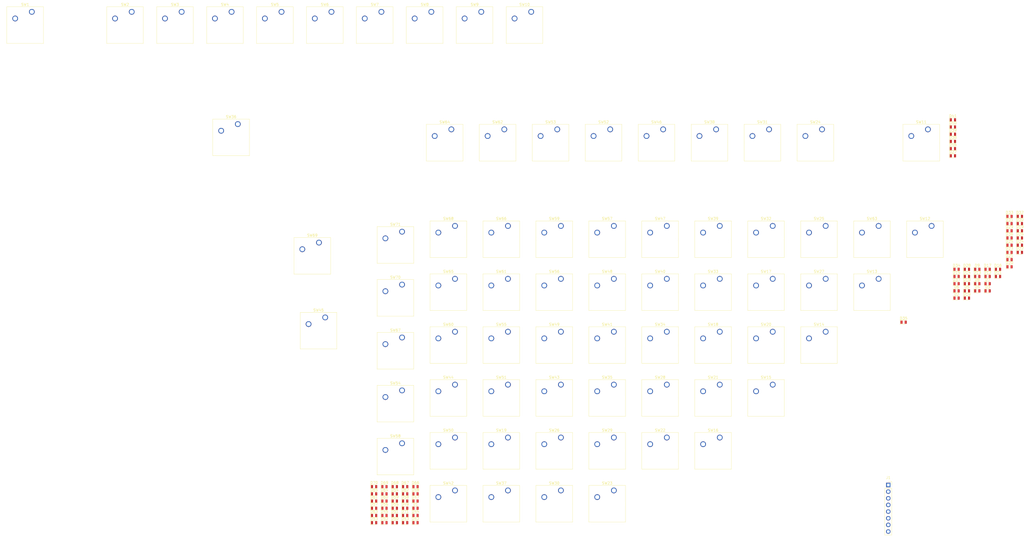
<source format=kicad_pcb>
(kicad_pcb (version 20171130) (host pcbnew "(5.1.7)-1")
  (layers (0 F.Cu signal) (31 B.Cu signal) (34 B.Paste user) (35 F.Paste user) (36 B.SilkS user) (37 F.SilkS user) (38 B.Mask user) (39 F.Mask user) (44 Edge.Cuts user))
  (net 0 "")
  (net 1 "Net-(D1-Pad2)")
  (net 2 /Row_0)
  (net 3 "Net-(D2-Pad2)")
  (net 4 "Net-(D3-Pad2)")
  (net 5 "Net-(D4-Pad2)")
  (net 6 "Net-(D5-Pad2)")
  (net 7 "Net-(D6-Pad2)")
  (net 8 "Net-(D7-Pad2)")
  (net 9 "Net-(D8-Pad2)")
  (net 10 "Net-(D9-Pad2)")
  (net 11 /Row_1)
  (net 12 "Net-(D10-Pad2)")
  (net 13 "Net-(D11-Pad2)")
  (net 14 "Net-(D12-Pad2)")
  (net 15 "Net-(D13-Pad2)")
  (net 16 "Net-(D14-Pad2)")
  (net 17 "Net-(D15-Pad2)")
  (net 18 "Net-(D16-Pad2)")
  (net 19 "Net-(D17-Pad2)")
  (net 20 /Row_2)
  (net 21 "Net-(D18-Pad2)")
  (net 22 "Net-(D19-Pad2)")
  (net 23 "Net-(D20-Pad2)")
  (net 24 "Net-(D21-Pad2)")
  (net 25 "Net-(D22-Pad2)")
  (net 26 "Net-(D23-Pad2)")
  (net 27 "Net-(D24-Pad2)")
  (net 28 "Net-(D25-Pad2)")
  (net 29 /Row_3)
  (net 30 "Net-(D26-Pad2)")
  (net 31 "Net-(D27-Pad2)")
  (net 32 "Net-(D28-Pad2)")
  (net 33 "Net-(D29-Pad2)")
  (net 34 "Net-(D30-Pad2)")
  (net 35 "Net-(D31-Pad2)")
  (net 36 "Net-(D32-Pad2)")
  (net 37 "Net-(D33-Pad2)")
  (net 38 /Row_4)
  (net 39 "Net-(D34-Pad2)")
  (net 40 "Net-(D35-Pad2)")
  (net 41 "Net-(D36-Pad2)")
  (net 42 "Net-(D37-Pad2)")
  (net 43 "Net-(D38-Pad2)")
  (net 44 "Net-(D39-Pad2)")
  (net 45 "Net-(D40-Pad2)")
  (net 46 "Net-(D41-Pad2)")
  (net 47 /Row_5)
  (net 48 "Net-(D42-Pad2)")
  (net 49 "Net-(D43-Pad2)")
  (net 50 "Net-(D44-Pad2)")
  (net 51 "Net-(D45-Pad2)")
  (net 52 "Net-(D46-Pad2)")
  (net 53 "Net-(D47-Pad2)")
  (net 54 "Net-(D48-Pad2)")
  (net 55 "Net-(D49-Pad2)")
  (net 56 /Row_6)
  (net 57 "Net-(D50-Pad2)")
  (net 58 "Net-(D51-Pad2)")
  (net 59 "Net-(D52-Pad2)")
  (net 60 "Net-(D53-Pad2)")
  (net 61 "Net-(D54-Pad2)")
  (net 62 "Net-(D55-Pad2)")
  (net 63 "Net-(D56-Pad2)")
  (net 64 "Net-(D57-Pad2)")
  (net 65 /Row_7)
  (net 66 "Net-(D58-Pad2)")
  (net 67 "Net-(D59-Pad2)")
  (net 68 "Net-(D60-Pad2)")
  (net 69 "Net-(D61-Pad2)")
  (net 70 "Net-(D62-Pad2)")
  (net 71 "Net-(D63-Pad2)")
  (net 72 "Net-(D64-Pad2)")
  (net 73 "Net-(D65-Pad2)")
  (net 74 /Row_8)
  (net 75 "Net-(D66-Pad2)")
  (net 76 "Net-(D67-Pad2)")
  (net 77 "Net-(D68-Pad2)")
  (net 78 "Net-(D69-Pad2)")
  (net 79 "Net-(D70-Pad2)")
  (net 80 "Net-(D71-Pad2)")
  (net 81 /Col_7)
  (net 82 /Col_6)
  (net 83 /Col_5)
  (net 84 /Col_4)
  (net 85 /Col_3)
  (net 86 /Col_2)
  (net 87 /Col_1)
  (net 88 /Col_0)
  (module Button_Switch_Keyboard:SW_Cherry_MX_1.00u_PCB (layer F.Cu) (at 167.585 102.675)
    (fp_text reference SW71 (at -2.54 -2.794) (layer F.SilkS))
    (fp_text value SW)
    (pad "" np_thru_hole circle (at 2.54 5.08) (size 1.7 1.7) (drill 1.7) (layers *.Cu *.Mask))
    (pad "" np_thru_hole circle (at -7.62 5.08) (size 1.7 1.7) (drill 1.7) (layers *.Cu *.Mask))
    (pad "" np_thru_hole circle (at -2.54 5.08) (size 4 4) (drill 4) (layers *.Cu *.Mask))
    (pad 2 thru_hole circle (at -6.35 2.54) (size 2.2 2.2) (drill 1.5) (layers *.Cu *.Mask) (net 82 /Col_6))
    (pad 1 thru_hole circle (at 0 0) (size 2.2 2.2) (drill 1.5) (layers *.Cu *.Mask) (net 80 "Net-(D71-Pad2)"))
  )
  (module Button_Switch_Keyboard:SW_Cherry_MX_1.00u_PCB (layer F.Cu) (at 167.585 122.875)
    (fp_text reference SW70 (at -2.54 -2.794) (layer F.SilkS))
    (fp_text value SW)
    (pad "" np_thru_hole circle (at 2.54 5.08) (size 1.7 1.7) (drill 1.7) (layers *.Cu *.Mask))
    (pad "" np_thru_hole circle (at -7.62 5.08) (size 1.7 1.7) (drill 1.7) (layers *.Cu *.Mask))
    (pad "" np_thru_hole circle (at -2.54 5.08) (size 4 4) (drill 4) (layers *.Cu *.Mask))
    (pad 2 thru_hole circle (at -6.35 2.54) (size 2.2 2.2) (drill 1.5) (layers *.Cu *.Mask) (net 83 /Col_5))
    (pad 1 thru_hole circle (at 0 0) (size 2.2 2.2) (drill 1.5) (layers *.Cu *.Mask) (net 79 "Net-(D70-Pad2)"))
  )
  (module Button_Switch_Keyboard:SW_Cherry_MX_1.00u_PCB (layer F.Cu) (at 135.89 106.83875)
    (fp_text reference SW69 (at -2.54 -2.794) (layer F.SilkS))
    (fp_text value SW)
    (pad "" np_thru_hole circle (at 2.54 5.08) (size 1.7 1.7) (drill 1.7) (layers *.Cu *.Mask))
    (pad "" np_thru_hole circle (at -7.62 5.08) (size 1.7 1.7) (drill 1.7) (layers *.Cu *.Mask))
    (pad "" np_thru_hole circle (at -2.54 5.08) (size 4 4) (drill 4) (layers *.Cu *.Mask))
    (pad 2 thru_hole circle (at -6.35 2.54) (size 2.2 2.2) (drill 1.5) (layers *.Cu *.Mask) (net 84 /Col_4))
    (pad 1 thru_hole circle (at 0 0) (size 2.2 2.2) (drill 1.5) (layers *.Cu *.Mask) (net 78 "Net-(D69-Pad2)"))
  )
  (module Button_Switch_Keyboard:SW_Cherry_MX_1.00u_PCB (layer F.Cu) (at 187.785 100.475)
    (fp_text reference SW68 (at -2.54 -2.794) (layer F.SilkS))
    (fp_text value SW)
    (pad "" np_thru_hole circle (at 2.54 5.08) (size 1.7 1.7) (drill 1.7) (layers *.Cu *.Mask))
    (pad "" np_thru_hole circle (at -7.62 5.08) (size 1.7 1.7) (drill 1.7) (layers *.Cu *.Mask))
    (pad "" np_thru_hole circle (at -2.54 5.08) (size 4 4) (drill 4) (layers *.Cu *.Mask))
    (pad 2 thru_hole circle (at -6.35 2.54) (size 2.2 2.2) (drill 1.5) (layers *.Cu *.Mask) (net 85 /Col_3))
    (pad 1 thru_hole circle (at 0 0) (size 2.2 2.2) (drill 1.5) (layers *.Cu *.Mask) (net 77 "Net-(D68-Pad2)"))
  )
  (module Button_Switch_Keyboard:SW_Cherry_MX_1.00u_PCB (layer F.Cu) (at 167.585 143.075)
    (fp_text reference SW67 (at -2.54 -2.794) (layer F.SilkS))
    (fp_text value SW)
    (pad "" np_thru_hole circle (at 2.54 5.08) (size 1.7 1.7) (drill 1.7) (layers *.Cu *.Mask))
    (pad "" np_thru_hole circle (at -7.62 5.08) (size 1.7 1.7) (drill 1.7) (layers *.Cu *.Mask))
    (pad "" np_thru_hole circle (at -2.54 5.08) (size 4 4) (drill 4) (layers *.Cu *.Mask))
    (pad 2 thru_hole circle (at -6.35 2.54) (size 2.2 2.2) (drill 1.5) (layers *.Cu *.Mask) (net 86 /Col_2))
    (pad 1 thru_hole circle (at 0 0) (size 2.2 2.2) (drill 1.5) (layers *.Cu *.Mask) (net 76 "Net-(D67-Pad2)"))
  )
  (module Button_Switch_Keyboard:SW_Cherry_MX_1.00u_PCB (layer F.Cu) (at 207.985 100.475)
    (fp_text reference SW66 (at -2.54 -2.794) (layer F.SilkS))
    (fp_text value SW)
    (pad "" np_thru_hole circle (at 2.54 5.08) (size 1.7 1.7) (drill 1.7) (layers *.Cu *.Mask))
    (pad "" np_thru_hole circle (at -7.62 5.08) (size 1.7 1.7) (drill 1.7) (layers *.Cu *.Mask))
    (pad "" np_thru_hole circle (at -2.54 5.08) (size 4 4) (drill 4) (layers *.Cu *.Mask))
    (pad 2 thru_hole circle (at -6.35 2.54) (size 2.2 2.2) (drill 1.5) (layers *.Cu *.Mask) (net 87 /Col_1))
    (pad 1 thru_hole circle (at 0 0) (size 2.2 2.2) (drill 1.5) (layers *.Cu *.Mask) (net 75 "Net-(D66-Pad2)"))
  )
  (module Button_Switch_Keyboard:SW_Cherry_MX_1.00u_PCB (layer F.Cu) (at 187.785 120.675)
    (fp_text reference SW65 (at -2.54 -2.794) (layer F.SilkS))
    (fp_text value SW)
    (pad "" np_thru_hole circle (at 2.54 5.08) (size 1.7 1.7) (drill 1.7) (layers *.Cu *.Mask))
    (pad "" np_thru_hole circle (at -7.62 5.08) (size 1.7 1.7) (drill 1.7) (layers *.Cu *.Mask))
    (pad "" np_thru_hole circle (at -2.54 5.08) (size 4 4) (drill 4) (layers *.Cu *.Mask))
    (pad 2 thru_hole circle (at -6.35 2.54) (size 2.2 2.2) (drill 1.5) (layers *.Cu *.Mask) (net 88 /Col_0))
    (pad 1 thru_hole circle (at 0 0) (size 2.2 2.2) (drill 1.5) (layers *.Cu *.Mask) (net 73 "Net-(D65-Pad2)"))
  )
  (module Button_Switch_Keyboard:SW_Cherry_MX_1.00u_PCB (layer F.Cu) (at 186.39125 63.60625)
    (fp_text reference SW64 (at -2.54 -2.794) (layer F.SilkS))
    (fp_text value SW)
    (pad "" np_thru_hole circle (at 2.54 5.08) (size 1.7 1.7) (drill 1.7) (layers *.Cu *.Mask))
    (pad "" np_thru_hole circle (at -7.62 5.08) (size 1.7 1.7) (drill 1.7) (layers *.Cu *.Mask))
    (pad "" np_thru_hole circle (at -2.54 5.08) (size 4 4) (drill 4) (layers *.Cu *.Mask))
    (pad 2 thru_hole circle (at -6.35 2.54) (size 2.2 2.2) (drill 1.5) (layers *.Cu *.Mask) (net 81 /Col_7))
    (pad 1 thru_hole circle (at 0 0) (size 2.2 2.2) (drill 1.5) (layers *.Cu *.Mask) (net 72 "Net-(D64-Pad2)"))
  )
  (module Button_Switch_Keyboard:SW_Cherry_MX_1.00u_PCB (layer F.Cu) (at 349.385 100.475)
    (fp_text reference SW63 (at -2.54 -2.794) (layer F.SilkS))
    (fp_text value SW)
    (pad "" np_thru_hole circle (at 2.54 5.08) (size 1.7 1.7) (drill 1.7) (layers *.Cu *.Mask))
    (pad "" np_thru_hole circle (at -7.62 5.08) (size 1.7 1.7) (drill 1.7) (layers *.Cu *.Mask))
    (pad "" np_thru_hole circle (at -2.54 5.08) (size 4 4) (drill 4) (layers *.Cu *.Mask))
    (pad 2 thru_hole circle (at -6.35 2.54) (size 2.2 2.2) (drill 1.5) (layers *.Cu *.Mask) (net 82 /Col_6))
    (pad 1 thru_hole circle (at 0 0) (size 2.2 2.2) (drill 1.5) (layers *.Cu *.Mask) (net 71 "Net-(D63-Pad2)"))
  )
  (module Button_Switch_Keyboard:SW_Cherry_MX_1.00u_PCB (layer F.Cu) (at 206.59125 63.60625)
    (fp_text reference SW62 (at -2.54 -2.794) (layer F.SilkS))
    (fp_text value SW)
    (pad "" np_thru_hole circle (at 2.54 5.08) (size 1.7 1.7) (drill 1.7) (layers *.Cu *.Mask))
    (pad "" np_thru_hole circle (at -7.62 5.08) (size 1.7 1.7) (drill 1.7) (layers *.Cu *.Mask))
    (pad "" np_thru_hole circle (at -2.54 5.08) (size 4 4) (drill 4) (layers *.Cu *.Mask))
    (pad 2 thru_hole circle (at -6.35 2.54) (size 2.2 2.2) (drill 1.5) (layers *.Cu *.Mask) (net 83 /Col_5))
    (pad 1 thru_hole circle (at 0 0) (size 2.2 2.2) (drill 1.5) (layers *.Cu *.Mask) (net 70 "Net-(D62-Pad2)"))
  )
  (module Button_Switch_Keyboard:SW_Cherry_MX_1.00u_PCB (layer F.Cu) (at 207.985 120.675)
    (fp_text reference SW61 (at -2.54 -2.794) (layer F.SilkS))
    (fp_text value SW)
    (pad "" np_thru_hole circle (at 2.54 5.08) (size 1.7 1.7) (drill 1.7) (layers *.Cu *.Mask))
    (pad "" np_thru_hole circle (at -7.62 5.08) (size 1.7 1.7) (drill 1.7) (layers *.Cu *.Mask))
    (pad "" np_thru_hole circle (at -2.54 5.08) (size 4 4) (drill 4) (layers *.Cu *.Mask))
    (pad 2 thru_hole circle (at -6.35 2.54) (size 2.2 2.2) (drill 1.5) (layers *.Cu *.Mask) (net 84 /Col_4))
    (pad 1 thru_hole circle (at 0 0) (size 2.2 2.2) (drill 1.5) (layers *.Cu *.Mask) (net 69 "Net-(D61-Pad2)"))
  )
  (module Button_Switch_Keyboard:SW_Cherry_MX_1.00u_PCB (layer F.Cu) (at 187.785 140.875)
    (fp_text reference SW60 (at -2.54 -2.794) (layer F.SilkS))
    (fp_text value SW)
    (pad "" np_thru_hole circle (at 2.54 5.08) (size 1.7 1.7) (drill 1.7) (layers *.Cu *.Mask))
    (pad "" np_thru_hole circle (at -7.62 5.08) (size 1.7 1.7) (drill 1.7) (layers *.Cu *.Mask))
    (pad "" np_thru_hole circle (at -2.54 5.08) (size 4 4) (drill 4) (layers *.Cu *.Mask))
    (pad 2 thru_hole circle (at -6.35 2.54) (size 2.2 2.2) (drill 1.5) (layers *.Cu *.Mask) (net 85 /Col_3))
    (pad 1 thru_hole circle (at 0 0) (size 2.2 2.2) (drill 1.5) (layers *.Cu *.Mask) (net 68 "Net-(D60-Pad2)"))
  )
  (module Button_Switch_Keyboard:SW_Cherry_MX_1.00u_PCB (layer F.Cu) (at 228.185 100.475)
    (fp_text reference SW59 (at -2.54 -2.794) (layer F.SilkS))
    (fp_text value SW)
    (pad "" np_thru_hole circle (at 2.54 5.08) (size 1.7 1.7) (drill 1.7) (layers *.Cu *.Mask))
    (pad "" np_thru_hole circle (at -7.62 5.08) (size 1.7 1.7) (drill 1.7) (layers *.Cu *.Mask))
    (pad "" np_thru_hole circle (at -2.54 5.08) (size 4 4) (drill 4) (layers *.Cu *.Mask))
    (pad 2 thru_hole circle (at -6.35 2.54) (size 2.2 2.2) (drill 1.5) (layers *.Cu *.Mask) (net 86 /Col_2))
    (pad 1 thru_hole circle (at 0 0) (size 2.2 2.2) (drill 1.5) (layers *.Cu *.Mask) (net 67 "Net-(D59-Pad2)"))
  )
  (module Button_Switch_Keyboard:SW_Cherry_MX_1.00u_PCB (layer F.Cu) (at 167.585 183.475)
    (fp_text reference SW58 (at -2.54 -2.794) (layer F.SilkS))
    (fp_text value SW)
    (pad "" np_thru_hole circle (at 2.54 5.08) (size 1.7 1.7) (drill 1.7) (layers *.Cu *.Mask))
    (pad "" np_thru_hole circle (at -7.62 5.08) (size 1.7 1.7) (drill 1.7) (layers *.Cu *.Mask))
    (pad "" np_thru_hole circle (at -2.54 5.08) (size 4 4) (drill 4) (layers *.Cu *.Mask))
    (pad 2 thru_hole circle (at -6.35 2.54) (size 2.2 2.2) (drill 1.5) (layers *.Cu *.Mask) (net 87 /Col_1))
    (pad 1 thru_hole circle (at 0 0) (size 2.2 2.2) (drill 1.5) (layers *.Cu *.Mask) (net 66 "Net-(D58-Pad2)"))
  )
  (module Button_Switch_Keyboard:SW_Cherry_MX_1.00u_PCB (layer F.Cu) (at 248.385 100.475)
    (fp_text reference SW57 (at -2.54 -2.794) (layer F.SilkS))
    (fp_text value SW)
    (pad "" np_thru_hole circle (at 2.54 5.08) (size 1.7 1.7) (drill 1.7) (layers *.Cu *.Mask))
    (pad "" np_thru_hole circle (at -7.62 5.08) (size 1.7 1.7) (drill 1.7) (layers *.Cu *.Mask))
    (pad "" np_thru_hole circle (at -2.54 5.08) (size 4 4) (drill 4) (layers *.Cu *.Mask))
    (pad 2 thru_hole circle (at -6.35 2.54) (size 2.2 2.2) (drill 1.5) (layers *.Cu *.Mask) (net 88 /Col_0))
    (pad 1 thru_hole circle (at 0 0) (size 2.2 2.2) (drill 1.5) (layers *.Cu *.Mask) (net 64 "Net-(D57-Pad2)"))
  )
  (module Button_Switch_Keyboard:SW_Cherry_MX_1.00u_PCB (layer F.Cu) (at 228.185 120.675)
    (fp_text reference SW56 (at -2.54 -2.794) (layer F.SilkS))
    (fp_text value SW)
    (pad "" np_thru_hole circle (at 2.54 5.08) (size 1.7 1.7) (drill 1.7) (layers *.Cu *.Mask))
    (pad "" np_thru_hole circle (at -7.62 5.08) (size 1.7 1.7) (drill 1.7) (layers *.Cu *.Mask))
    (pad "" np_thru_hole circle (at -2.54 5.08) (size 4 4) (drill 4) (layers *.Cu *.Mask))
    (pad 2 thru_hole circle (at -6.35 2.54) (size 2.2 2.2) (drill 1.5) (layers *.Cu *.Mask) (net 81 /Col_7))
    (pad 1 thru_hole circle (at 0 0) (size 2.2 2.2) (drill 1.5) (layers *.Cu *.Mask) (net 63 "Net-(D56-Pad2)"))
  )
  (module Button_Switch_Keyboard:SW_Cherry_MX_1.00u_PCB (layer F.Cu) (at 207.985 140.875)
    (fp_text reference SW55 (at -2.54 -2.794) (layer F.SilkS))
    (fp_text value SW)
    (pad "" np_thru_hole circle (at 2.54 5.08) (size 1.7 1.7) (drill 1.7) (layers *.Cu *.Mask))
    (pad "" np_thru_hole circle (at -7.62 5.08) (size 1.7 1.7) (drill 1.7) (layers *.Cu *.Mask))
    (pad "" np_thru_hole circle (at -2.54 5.08) (size 4 4) (drill 4) (layers *.Cu *.Mask))
    (pad 2 thru_hole circle (at -6.35 2.54) (size 2.2 2.2) (drill 1.5) (layers *.Cu *.Mask) (net 82 /Col_6))
    (pad 1 thru_hole circle (at 0 0) (size 2.2 2.2) (drill 1.5) (layers *.Cu *.Mask) (net 62 "Net-(D55-Pad2)"))
  )
  (module Button_Switch_Keyboard:SW_Cherry_MX_1.00u_PCB (layer F.Cu) (at 167.585 163.275)
    (fp_text reference SW54 (at -2.54 -2.794) (layer F.SilkS))
    (fp_text value SW)
    (pad "" np_thru_hole circle (at 2.54 5.08) (size 1.7 1.7) (drill 1.7) (layers *.Cu *.Mask))
    (pad "" np_thru_hole circle (at -7.62 5.08) (size 1.7 1.7) (drill 1.7) (layers *.Cu *.Mask))
    (pad "" np_thru_hole circle (at -2.54 5.08) (size 4 4) (drill 4) (layers *.Cu *.Mask))
    (pad 2 thru_hole circle (at -6.35 2.54) (size 2.2 2.2) (drill 1.5) (layers *.Cu *.Mask) (net 83 /Col_5))
    (pad 1 thru_hole circle (at 0 0) (size 2.2 2.2) (drill 1.5) (layers *.Cu *.Mask) (net 61 "Net-(D54-Pad2)"))
  )
  (module Button_Switch_Keyboard:SW_Cherry_MX_1.00u_PCB (layer F.Cu) (at 226.79125 63.60625)
    (fp_text reference SW53 (at -2.54 -2.794) (layer F.SilkS))
    (fp_text value SW)
    (pad "" np_thru_hole circle (at 2.54 5.08) (size 1.7 1.7) (drill 1.7) (layers *.Cu *.Mask))
    (pad "" np_thru_hole circle (at -7.62 5.08) (size 1.7 1.7) (drill 1.7) (layers *.Cu *.Mask))
    (pad "" np_thru_hole circle (at -2.54 5.08) (size 4 4) (drill 4) (layers *.Cu *.Mask))
    (pad 2 thru_hole circle (at -6.35 2.54) (size 2.2 2.2) (drill 1.5) (layers *.Cu *.Mask) (net 84 /Col_4))
    (pad 1 thru_hole circle (at 0 0) (size 2.2 2.2) (drill 1.5) (layers *.Cu *.Mask) (net 60 "Net-(D53-Pad2)"))
  )
  (module Button_Switch_Keyboard:SW_Cherry_MX_1.00u_PCB (layer F.Cu) (at 246.99125 63.60625)
    (fp_text reference SW52 (at -2.54 -2.794) (layer F.SilkS))
    (fp_text value SW)
    (pad "" np_thru_hole circle (at 2.54 5.08) (size 1.7 1.7) (drill 1.7) (layers *.Cu *.Mask))
    (pad "" np_thru_hole circle (at -7.62 5.08) (size 1.7 1.7) (drill 1.7) (layers *.Cu *.Mask))
    (pad "" np_thru_hole circle (at -2.54 5.08) (size 4 4) (drill 4) (layers *.Cu *.Mask))
    (pad 2 thru_hole circle (at -6.35 2.54) (size 2.2 2.2) (drill 1.5) (layers *.Cu *.Mask) (net 85 /Col_3))
    (pad 1 thru_hole circle (at 0 0) (size 2.2 2.2) (drill 1.5) (layers *.Cu *.Mask) (net 59 "Net-(D52-Pad2)"))
  )
  (module Button_Switch_Keyboard:SW_Cherry_MX_1.00u_PCB (layer F.Cu) (at 207.985 161.075)
    (fp_text reference SW51 (at -2.54 -2.794) (layer F.SilkS))
    (fp_text value SW)
    (pad "" np_thru_hole circle (at 2.54 5.08) (size 1.7 1.7) (drill 1.7) (layers *.Cu *.Mask))
    (pad "" np_thru_hole circle (at -7.62 5.08) (size 1.7 1.7) (drill 1.7) (layers *.Cu *.Mask))
    (pad "" np_thru_hole circle (at -2.54 5.08) (size 4 4) (drill 4) (layers *.Cu *.Mask))
    (pad 2 thru_hole circle (at -6.35 2.54) (size 2.2 2.2) (drill 1.5) (layers *.Cu *.Mask) (net 86 /Col_2))
    (pad 1 thru_hole circle (at 0 0) (size 2.2 2.2) (drill 1.5) (layers *.Cu *.Mask) (net 58 "Net-(D51-Pad2)"))
  )
  (module Button_Switch_Keyboard:SW_Cherry_MX_1.00u_PCB (layer F.Cu) (at 187.785 181.275)
    (fp_text reference SW50 (at -2.54 -2.794) (layer F.SilkS))
    (fp_text value SW)
    (pad "" np_thru_hole circle (at 2.54 5.08) (size 1.7 1.7) (drill 1.7) (layers *.Cu *.Mask))
    (pad "" np_thru_hole circle (at -7.62 5.08) (size 1.7 1.7) (drill 1.7) (layers *.Cu *.Mask))
    (pad "" np_thru_hole circle (at -2.54 5.08) (size 4 4) (drill 4) (layers *.Cu *.Mask))
    (pad 2 thru_hole circle (at -6.35 2.54) (size 2.2 2.2) (drill 1.5) (layers *.Cu *.Mask) (net 87 /Col_1))
    (pad 1 thru_hole circle (at 0 0) (size 2.2 2.2) (drill 1.5) (layers *.Cu *.Mask) (net 57 "Net-(D50-Pad2)"))
  )
  (module Button_Switch_Keyboard:SW_Cherry_MX_1.00u_PCB (layer F.Cu) (at 228.185 140.875)
    (fp_text reference SW49 (at -2.54 -2.794) (layer F.SilkS))
    (fp_text value SW)
    (pad "" np_thru_hole circle (at 2.54 5.08) (size 1.7 1.7) (drill 1.7) (layers *.Cu *.Mask))
    (pad "" np_thru_hole circle (at -7.62 5.08) (size 1.7 1.7) (drill 1.7) (layers *.Cu *.Mask))
    (pad "" np_thru_hole circle (at -2.54 5.08) (size 4 4) (drill 4) (layers *.Cu *.Mask))
    (pad 2 thru_hole circle (at -6.35 2.54) (size 2.2 2.2) (drill 1.5) (layers *.Cu *.Mask) (net 88 /Col_0))
    (pad 1 thru_hole circle (at 0 0) (size 2.2 2.2) (drill 1.5) (layers *.Cu *.Mask) (net 55 "Net-(D49-Pad2)"))
  )
  (module Button_Switch_Keyboard:SW_Cherry_MX_1.00u_PCB (layer F.Cu) (at 248.385 120.675)
    (fp_text reference SW48 (at -2.54 -2.794) (layer F.SilkS))
    (fp_text value SW)
    (pad "" np_thru_hole circle (at 2.54 5.08) (size 1.7 1.7) (drill 1.7) (layers *.Cu *.Mask))
    (pad "" np_thru_hole circle (at -7.62 5.08) (size 1.7 1.7) (drill 1.7) (layers *.Cu *.Mask))
    (pad "" np_thru_hole circle (at -2.54 5.08) (size 4 4) (drill 4) (layers *.Cu *.Mask))
    (pad 2 thru_hole circle (at -6.35 2.54) (size 2.2 2.2) (drill 1.5) (layers *.Cu *.Mask) (net 81 /Col_7))
    (pad 1 thru_hole circle (at 0 0) (size 2.2 2.2) (drill 1.5) (layers *.Cu *.Mask) (net 54 "Net-(D48-Pad2)"))
  )
  (module Button_Switch_Keyboard:SW_Cherry_MX_1.00u_PCB (layer F.Cu) (at 268.585 100.475)
    (fp_text reference SW47 (at -2.54 -2.794) (layer F.SilkS))
    (fp_text value SW)
    (pad "" np_thru_hole circle (at 2.54 5.08) (size 1.7 1.7) (drill 1.7) (layers *.Cu *.Mask))
    (pad "" np_thru_hole circle (at -7.62 5.08) (size 1.7 1.7) (drill 1.7) (layers *.Cu *.Mask))
    (pad "" np_thru_hole circle (at -2.54 5.08) (size 4 4) (drill 4) (layers *.Cu *.Mask))
    (pad 2 thru_hole circle (at -6.35 2.54) (size 2.2 2.2) (drill 1.5) (layers *.Cu *.Mask) (net 82 /Col_6))
    (pad 1 thru_hole circle (at 0 0) (size 2.2 2.2) (drill 1.5) (layers *.Cu *.Mask) (net 53 "Net-(D47-Pad2)"))
  )
  (module Button_Switch_Keyboard:SW_Cherry_MX_1.00u_PCB (layer F.Cu) (at 267.19125 63.60625)
    (fp_text reference SW46 (at -2.54 -2.794) (layer F.SilkS))
    (fp_text value SW)
    (pad "" np_thru_hole circle (at 2.54 5.08) (size 1.7 1.7) (drill 1.7) (layers *.Cu *.Mask))
    (pad "" np_thru_hole circle (at -7.62 5.08) (size 1.7 1.7) (drill 1.7) (layers *.Cu *.Mask))
    (pad "" np_thru_hole circle (at -2.54 5.08) (size 4 4) (drill 4) (layers *.Cu *.Mask))
    (pad 2 thru_hole circle (at -6.35 2.54) (size 2.2 2.2) (drill 1.5) (layers *.Cu *.Mask) (net 83 /Col_5))
    (pad 1 thru_hole circle (at 0 0) (size 2.2 2.2) (drill 1.5) (layers *.Cu *.Mask) (net 52 "Net-(D46-Pad2)"))
  )
  (module Button_Switch_Keyboard:SW_Cherry_MX_1.00u_PCB (layer F.Cu) (at 138.27125 135.41375)
    (fp_text reference SW45 (at -2.54 -2.794) (layer F.SilkS))
    (fp_text value SW)
    (pad "" np_thru_hole circle (at 2.54 5.08) (size 1.7 1.7) (drill 1.7) (layers *.Cu *.Mask))
    (pad "" np_thru_hole circle (at -7.62 5.08) (size 1.7 1.7) (drill 1.7) (layers *.Cu *.Mask))
    (pad "" np_thru_hole circle (at -2.54 5.08) (size 4 4) (drill 4) (layers *.Cu *.Mask))
    (pad 2 thru_hole circle (at -6.35 2.54) (size 2.2 2.2) (drill 1.5) (layers *.Cu *.Mask) (net 84 /Col_4))
    (pad 1 thru_hole circle (at 0 0) (size 2.2 2.2) (drill 1.5) (layers *.Cu *.Mask) (net 51 "Net-(D45-Pad2)"))
  )
  (module Button_Switch_Keyboard:SW_Cherry_MX_1.00u_PCB (layer F.Cu) (at 187.785 161.075)
    (fp_text reference SW44 (at -2.54 -2.794) (layer F.SilkS))
    (fp_text value SW)
    (pad "" np_thru_hole circle (at 2.54 5.08) (size 1.7 1.7) (drill 1.7) (layers *.Cu *.Mask))
    (pad "" np_thru_hole circle (at -7.62 5.08) (size 1.7 1.7) (drill 1.7) (layers *.Cu *.Mask))
    (pad "" np_thru_hole circle (at -2.54 5.08) (size 4 4) (drill 4) (layers *.Cu *.Mask))
    (pad 2 thru_hole circle (at -6.35 2.54) (size 2.2 2.2) (drill 1.5) (layers *.Cu *.Mask) (net 85 /Col_3))
    (pad 1 thru_hole circle (at 0 0) (size 2.2 2.2) (drill 1.5) (layers *.Cu *.Mask) (net 50 "Net-(D44-Pad2)"))
  )
  (module Button_Switch_Keyboard:SW_Cherry_MX_1.00u_PCB (layer F.Cu) (at 228.185 161.075)
    (fp_text reference SW43 (at -2.54 -2.794) (layer F.SilkS))
    (fp_text value SW)
    (pad "" np_thru_hole circle (at 2.54 5.08) (size 1.7 1.7) (drill 1.7) (layers *.Cu *.Mask))
    (pad "" np_thru_hole circle (at -7.62 5.08) (size 1.7 1.7) (drill 1.7) (layers *.Cu *.Mask))
    (pad "" np_thru_hole circle (at -2.54 5.08) (size 4 4) (drill 4) (layers *.Cu *.Mask))
    (pad 2 thru_hole circle (at -6.35 2.54) (size 2.2 2.2) (drill 1.5) (layers *.Cu *.Mask) (net 86 /Col_2))
    (pad 1 thru_hole circle (at 0 0) (size 2.2 2.2) (drill 1.5) (layers *.Cu *.Mask) (net 49 "Net-(D43-Pad2)"))
  )
  (module Button_Switch_Keyboard:SW_Cherry_MX_1.00u_PCB (layer F.Cu) (at 187.785 201.475)
    (fp_text reference SW42 (at -2.54 -2.794) (layer F.SilkS))
    (fp_text value SW)
    (pad "" np_thru_hole circle (at 2.54 5.08) (size 1.7 1.7) (drill 1.7) (layers *.Cu *.Mask))
    (pad "" np_thru_hole circle (at -7.62 5.08) (size 1.7 1.7) (drill 1.7) (layers *.Cu *.Mask))
    (pad "" np_thru_hole circle (at -2.54 5.08) (size 4 4) (drill 4) (layers *.Cu *.Mask))
    (pad 2 thru_hole circle (at -6.35 2.54) (size 2.2 2.2) (drill 1.5) (layers *.Cu *.Mask) (net 87 /Col_1))
    (pad 1 thru_hole circle (at 0 0) (size 2.2 2.2) (drill 1.5) (layers *.Cu *.Mask) (net 48 "Net-(D42-Pad2)"))
  )
  (module Button_Switch_Keyboard:SW_Cherry_MX_1.00u_PCB (layer F.Cu) (at 248.385 140.875)
    (fp_text reference SW41 (at -2.54 -2.794) (layer F.SilkS))
    (fp_text value SW)
    (pad "" np_thru_hole circle (at 2.54 5.08) (size 1.7 1.7) (drill 1.7) (layers *.Cu *.Mask))
    (pad "" np_thru_hole circle (at -7.62 5.08) (size 1.7 1.7) (drill 1.7) (layers *.Cu *.Mask))
    (pad "" np_thru_hole circle (at -2.54 5.08) (size 4 4) (drill 4) (layers *.Cu *.Mask))
    (pad 2 thru_hole circle (at -6.35 2.54) (size 2.2 2.2) (drill 1.5) (layers *.Cu *.Mask) (net 88 /Col_0))
    (pad 1 thru_hole circle (at 0 0) (size 2.2 2.2) (drill 1.5) (layers *.Cu *.Mask) (net 46 "Net-(D41-Pad2)"))
  )
  (module Button_Switch_Keyboard:SW_Cherry_MX_1.00u_PCB (layer F.Cu) (at 268.585 120.675)
    (fp_text reference SW40 (at -2.54 -2.794) (layer F.SilkS))
    (fp_text value SW)
    (pad "" np_thru_hole circle (at 2.54 5.08) (size 1.7 1.7) (drill 1.7) (layers *.Cu *.Mask))
    (pad "" np_thru_hole circle (at -7.62 5.08) (size 1.7 1.7) (drill 1.7) (layers *.Cu *.Mask))
    (pad "" np_thru_hole circle (at -2.54 5.08) (size 4 4) (drill 4) (layers *.Cu *.Mask))
    (pad 2 thru_hole circle (at -6.35 2.54) (size 2.2 2.2) (drill 1.5) (layers *.Cu *.Mask) (net 81 /Col_7))
    (pad 1 thru_hole circle (at 0 0) (size 2.2 2.2) (drill 1.5) (layers *.Cu *.Mask) (net 45 "Net-(D40-Pad2)"))
  )
  (module Button_Switch_Keyboard:SW_Cherry_MX_1.00u_PCB (layer F.Cu) (at 288.785 100.475)
    (fp_text reference SW39 (at -2.54 -2.794) (layer F.SilkS))
    (fp_text value SW)
    (pad "" np_thru_hole circle (at 2.54 5.08) (size 1.7 1.7) (drill 1.7) (layers *.Cu *.Mask))
    (pad "" np_thru_hole circle (at -7.62 5.08) (size 1.7 1.7) (drill 1.7) (layers *.Cu *.Mask))
    (pad "" np_thru_hole circle (at -2.54 5.08) (size 4 4) (drill 4) (layers *.Cu *.Mask))
    (pad 2 thru_hole circle (at -6.35 2.54) (size 2.2 2.2) (drill 1.5) (layers *.Cu *.Mask) (net 82 /Col_6))
    (pad 1 thru_hole circle (at 0 0) (size 2.2 2.2) (drill 1.5) (layers *.Cu *.Mask) (net 44 "Net-(D39-Pad2)"))
  )
  (module Button_Switch_Keyboard:SW_Cherry_MX_1.00u_PCB (layer F.Cu) (at 287.39125 63.60625)
    (fp_text reference SW38 (at -2.54 -2.794) (layer F.SilkS))
    (fp_text value SW)
    (pad "" np_thru_hole circle (at 2.54 5.08) (size 1.7 1.7) (drill 1.7) (layers *.Cu *.Mask))
    (pad "" np_thru_hole circle (at -7.62 5.08) (size 1.7 1.7) (drill 1.7) (layers *.Cu *.Mask))
    (pad "" np_thru_hole circle (at -2.54 5.08) (size 4 4) (drill 4) (layers *.Cu *.Mask))
    (pad 2 thru_hole circle (at -6.35 2.54) (size 2.2 2.2) (drill 1.5) (layers *.Cu *.Mask) (net 83 /Col_5))
    (pad 1 thru_hole circle (at 0 0) (size 2.2 2.2) (drill 1.5) (layers *.Cu *.Mask) (net 43 "Net-(D38-Pad2)"))
  )
  (module Button_Switch_Keyboard:SW_Cherry_MX_1.00u_PCB (layer F.Cu) (at 207.985 201.475)
    (fp_text reference SW37 (at -2.54 -2.794) (layer F.SilkS))
    (fp_text value SW)
    (pad "" np_thru_hole circle (at 2.54 5.08) (size 1.7 1.7) (drill 1.7) (layers *.Cu *.Mask))
    (pad "" np_thru_hole circle (at -7.62 5.08) (size 1.7 1.7) (drill 1.7) (layers *.Cu *.Mask))
    (pad "" np_thru_hole circle (at -2.54 5.08) (size 4 4) (drill 4) (layers *.Cu *.Mask))
    (pad 2 thru_hole circle (at -6.35 2.54) (size 2.2 2.2) (drill 1.5) (layers *.Cu *.Mask) (net 84 /Col_4))
    (pad 1 thru_hole circle (at 0 0) (size 2.2 2.2) (drill 1.5) (layers *.Cu *.Mask) (net 42 "Net-(D37-Pad2)"))
  )
  (module Button_Switch_Keyboard:SW_Cherry_MX_1.00u_PCB (layer F.Cu) (at 104.93375 61.595)
    (fp_text reference SW36 (at -2.54 -2.794) (layer F.SilkS))
    (fp_text value SW)
    (pad "" np_thru_hole circle (at 2.54 5.08) (size 1.7 1.7) (drill 1.7) (layers *.Cu *.Mask))
    (pad "" np_thru_hole circle (at -7.62 5.08) (size 1.7 1.7) (drill 1.7) (layers *.Cu *.Mask))
    (pad "" np_thru_hole circle (at -2.54 5.08) (size 4 4) (drill 4) (layers *.Cu *.Mask))
    (pad 2 thru_hole circle (at -6.35 2.54) (size 2.2 2.2) (drill 1.5) (layers *.Cu *.Mask) (net 85 /Col_3))
    (pad 1 thru_hole circle (at 0 0) (size 2.2 2.2) (drill 1.5) (layers *.Cu *.Mask) (net 41 "Net-(D36-Pad2)"))
  )
  (module Button_Switch_Keyboard:SW_Cherry_MX_1.00u_PCB (layer F.Cu) (at 248.385 161.075)
    (fp_text reference SW35 (at -2.54 -2.794) (layer F.SilkS))
    (fp_text value SW)
    (pad "" np_thru_hole circle (at 2.54 5.08) (size 1.7 1.7) (drill 1.7) (layers *.Cu *.Mask))
    (pad "" np_thru_hole circle (at -7.62 5.08) (size 1.7 1.7) (drill 1.7) (layers *.Cu *.Mask))
    (pad "" np_thru_hole circle (at -2.54 5.08) (size 4 4) (drill 4) (layers *.Cu *.Mask))
    (pad 2 thru_hole circle (at -6.35 2.54) (size 2.2 2.2) (drill 1.5) (layers *.Cu *.Mask) (net 86 /Col_2))
    (pad 1 thru_hole circle (at 0 0) (size 2.2 2.2) (drill 1.5) (layers *.Cu *.Mask) (net 40 "Net-(D35-Pad2)"))
  )
  (module Button_Switch_Keyboard:SW_Cherry_MX_1.00u_PCB (layer F.Cu) (at 268.585 140.875)
    (fp_text reference SW34 (at -2.54 -2.794) (layer F.SilkS))
    (fp_text value SW)
    (pad "" np_thru_hole circle (at 2.54 5.08) (size 1.7 1.7) (drill 1.7) (layers *.Cu *.Mask))
    (pad "" np_thru_hole circle (at -7.62 5.08) (size 1.7 1.7) (drill 1.7) (layers *.Cu *.Mask))
    (pad "" np_thru_hole circle (at -2.54 5.08) (size 4 4) (drill 4) (layers *.Cu *.Mask))
    (pad 2 thru_hole circle (at -6.35 2.54) (size 2.2 2.2) (drill 1.5) (layers *.Cu *.Mask) (net 87 /Col_1))
    (pad 1 thru_hole circle (at 0 0) (size 2.2 2.2) (drill 1.5) (layers *.Cu *.Mask) (net 39 "Net-(D34-Pad2)"))
  )
  (module Button_Switch_Keyboard:SW_Cherry_MX_1.00u_PCB (layer F.Cu) (at 288.785 120.675)
    (fp_text reference SW33 (at -2.54 -2.794) (layer F.SilkS))
    (fp_text value SW)
    (pad "" np_thru_hole circle (at 2.54 5.08) (size 1.7 1.7) (drill 1.7) (layers *.Cu *.Mask))
    (pad "" np_thru_hole circle (at -7.62 5.08) (size 1.7 1.7) (drill 1.7) (layers *.Cu *.Mask))
    (pad "" np_thru_hole circle (at -2.54 5.08) (size 4 4) (drill 4) (layers *.Cu *.Mask))
    (pad 2 thru_hole circle (at -6.35 2.54) (size 2.2 2.2) (drill 1.5) (layers *.Cu *.Mask) (net 88 /Col_0))
    (pad 1 thru_hole circle (at 0 0) (size 2.2 2.2) (drill 1.5) (layers *.Cu *.Mask) (net 37 "Net-(D33-Pad2)"))
  )
  (module Button_Switch_Keyboard:SW_Cherry_MX_1.00u_PCB (layer F.Cu) (at 308.985 100.475)
    (fp_text reference SW32 (at -2.54 -2.794) (layer F.SilkS))
    (fp_text value SW)
    (pad "" np_thru_hole circle (at 2.54 5.08) (size 1.7 1.7) (drill 1.7) (layers *.Cu *.Mask))
    (pad "" np_thru_hole circle (at -7.62 5.08) (size 1.7 1.7) (drill 1.7) (layers *.Cu *.Mask))
    (pad "" np_thru_hole circle (at -2.54 5.08) (size 4 4) (drill 4) (layers *.Cu *.Mask))
    (pad 2 thru_hole circle (at -6.35 2.54) (size 2.2 2.2) (drill 1.5) (layers *.Cu *.Mask) (net 81 /Col_7))
    (pad 1 thru_hole circle (at 0 0) (size 2.2 2.2) (drill 1.5) (layers *.Cu *.Mask) (net 36 "Net-(D32-Pad2)"))
  )
  (module Button_Switch_Keyboard:SW_Cherry_MX_1.00u_PCB (layer F.Cu) (at 307.59125 63.60625)
    (fp_text reference SW31 (at -2.54 -2.794) (layer F.SilkS))
    (fp_text value SW)
    (pad "" np_thru_hole circle (at 2.54 5.08) (size 1.7 1.7) (drill 1.7) (layers *.Cu *.Mask))
    (pad "" np_thru_hole circle (at -7.62 5.08) (size 1.7 1.7) (drill 1.7) (layers *.Cu *.Mask))
    (pad "" np_thru_hole circle (at -2.54 5.08) (size 4 4) (drill 4) (layers *.Cu *.Mask))
    (pad 2 thru_hole circle (at -6.35 2.54) (size 2.2 2.2) (drill 1.5) (layers *.Cu *.Mask) (net 82 /Col_6))
    (pad 1 thru_hole circle (at 0 0) (size 2.2 2.2) (drill 1.5) (layers *.Cu *.Mask) (net 35 "Net-(D31-Pad2)"))
  )
  (module Button_Switch_Keyboard:SW_Cherry_MX_1.00u_PCB (layer F.Cu) (at 228.185 201.475)
    (fp_text reference SW30 (at -2.54 -2.794) (layer F.SilkS))
    (fp_text value SW)
    (pad "" np_thru_hole circle (at 2.54 5.08) (size 1.7 1.7) (drill 1.7) (layers *.Cu *.Mask))
    (pad "" np_thru_hole circle (at -7.62 5.08) (size 1.7 1.7) (drill 1.7) (layers *.Cu *.Mask))
    (pad "" np_thru_hole circle (at -2.54 5.08) (size 4 4) (drill 4) (layers *.Cu *.Mask))
    (pad 2 thru_hole circle (at -6.35 2.54) (size 2.2 2.2) (drill 1.5) (layers *.Cu *.Mask) (net 83 /Col_5))
    (pad 1 thru_hole circle (at 0 0) (size 2.2 2.2) (drill 1.5) (layers *.Cu *.Mask) (net 34 "Net-(D30-Pad2)"))
  )
  (module Button_Switch_Keyboard:SW_Cherry_MX_1.00u_PCB (layer F.Cu) (at 248.385 181.275)
    (fp_text reference SW29 (at -2.54 -2.794) (layer F.SilkS))
    (fp_text value SW)
    (pad "" np_thru_hole circle (at 2.54 5.08) (size 1.7 1.7) (drill 1.7) (layers *.Cu *.Mask))
    (pad "" np_thru_hole circle (at -7.62 5.08) (size 1.7 1.7) (drill 1.7) (layers *.Cu *.Mask))
    (pad "" np_thru_hole circle (at -2.54 5.08) (size 4 4) (drill 4) (layers *.Cu *.Mask))
    (pad 2 thru_hole circle (at -6.35 2.54) (size 2.2 2.2) (drill 1.5) (layers *.Cu *.Mask) (net 84 /Col_4))
    (pad 1 thru_hole circle (at 0 0) (size 2.2 2.2) (drill 1.5) (layers *.Cu *.Mask) (net 33 "Net-(D29-Pad2)"))
  )
  (module Button_Switch_Keyboard:SW_Cherry_MX_1.00u_PCB (layer F.Cu) (at 268.585 161.075)
    (fp_text reference SW28 (at -2.54 -2.794) (layer F.SilkS))
    (fp_text value SW)
    (pad "" np_thru_hole circle (at 2.54 5.08) (size 1.7 1.7) (drill 1.7) (layers *.Cu *.Mask))
    (pad "" np_thru_hole circle (at -7.62 5.08) (size 1.7 1.7) (drill 1.7) (layers *.Cu *.Mask))
    (pad "" np_thru_hole circle (at -2.54 5.08) (size 4 4) (drill 4) (layers *.Cu *.Mask))
    (pad 2 thru_hole circle (at -6.35 2.54) (size 2.2 2.2) (drill 1.5) (layers *.Cu *.Mask) (net 85 /Col_3))
    (pad 1 thru_hole circle (at 0 0) (size 2.2 2.2) (drill 1.5) (layers *.Cu *.Mask) (net 32 "Net-(D28-Pad2)"))
  )
  (module Button_Switch_Keyboard:SW_Cherry_MX_1.00u_PCB (layer F.Cu) (at 329.185 120.675)
    (fp_text reference SW27 (at -2.54 -2.794) (layer F.SilkS))
    (fp_text value SW)
    (pad "" np_thru_hole circle (at 2.54 5.08) (size 1.7 1.7) (drill 1.7) (layers *.Cu *.Mask))
    (pad "" np_thru_hole circle (at -7.62 5.08) (size 1.7 1.7) (drill 1.7) (layers *.Cu *.Mask))
    (pad "" np_thru_hole circle (at -2.54 5.08) (size 4 4) (drill 4) (layers *.Cu *.Mask))
    (pad 2 thru_hole circle (at -6.35 2.54) (size 2.2 2.2) (drill 1.5) (layers *.Cu *.Mask) (net 86 /Col_2))
    (pad 1 thru_hole circle (at 0 0) (size 2.2 2.2) (drill 1.5) (layers *.Cu *.Mask) (net 31 "Net-(D27-Pad2)"))
  )
  (module Button_Switch_Keyboard:SW_Cherry_MX_1.00u_PCB (layer F.Cu) (at 228.185 181.275)
    (fp_text reference SW26 (at -2.54 -2.794) (layer F.SilkS))
    (fp_text value SW)
    (pad "" np_thru_hole circle (at 2.54 5.08) (size 1.7 1.7) (drill 1.7) (layers *.Cu *.Mask))
    (pad "" np_thru_hole circle (at -7.62 5.08) (size 1.7 1.7) (drill 1.7) (layers *.Cu *.Mask))
    (pad "" np_thru_hole circle (at -2.54 5.08) (size 4 4) (drill 4) (layers *.Cu *.Mask))
    (pad 2 thru_hole circle (at -6.35 2.54) (size 2.2 2.2) (drill 1.5) (layers *.Cu *.Mask) (net 87 /Col_1))
    (pad 1 thru_hole circle (at 0 0) (size 2.2 2.2) (drill 1.5) (layers *.Cu *.Mask) (net 30 "Net-(D26-Pad2)"))
  )
  (module Button_Switch_Keyboard:SW_Cherry_MX_1.00u_PCB (layer F.Cu) (at 329.185 100.475)
    (fp_text reference SW25 (at -2.54 -2.794) (layer F.SilkS))
    (fp_text value SW)
    (pad "" np_thru_hole circle (at 2.54 5.08) (size 1.7 1.7) (drill 1.7) (layers *.Cu *.Mask))
    (pad "" np_thru_hole circle (at -7.62 5.08) (size 1.7 1.7) (drill 1.7) (layers *.Cu *.Mask))
    (pad "" np_thru_hole circle (at -2.54 5.08) (size 4 4) (drill 4) (layers *.Cu *.Mask))
    (pad 2 thru_hole circle (at -6.35 2.54) (size 2.2 2.2) (drill 1.5) (layers *.Cu *.Mask) (net 88 /Col_0))
    (pad 1 thru_hole circle (at 0 0) (size 2.2 2.2) (drill 1.5) (layers *.Cu *.Mask) (net 28 "Net-(D25-Pad2)"))
  )
  (module Button_Switch_Keyboard:SW_Cherry_MX_1.00u_PCB (layer F.Cu) (at 327.79125 63.60625)
    (fp_text reference SW24 (at -2.54 -2.794) (layer F.SilkS))
    (fp_text value SW)
    (pad "" np_thru_hole circle (at 2.54 5.08) (size 1.7 1.7) (drill 1.7) (layers *.Cu *.Mask))
    (pad "" np_thru_hole circle (at -7.62 5.08) (size 1.7 1.7) (drill 1.7) (layers *.Cu *.Mask))
    (pad "" np_thru_hole circle (at -2.54 5.08) (size 4 4) (drill 4) (layers *.Cu *.Mask))
    (pad 2 thru_hole circle (at -6.35 2.54) (size 2.2 2.2) (drill 1.5) (layers *.Cu *.Mask) (net 81 /Col_7))
    (pad 1 thru_hole circle (at 0 0) (size 2.2 2.2) (drill 1.5) (layers *.Cu *.Mask) (net 27 "Net-(D24-Pad2)"))
  )
  (module Button_Switch_Keyboard:SW_Cherry_MX_1.00u_PCB (layer F.Cu) (at 248.385 201.475)
    (fp_text reference SW23 (at -2.54 -2.794) (layer F.SilkS))
    (fp_text value SW)
    (pad "" np_thru_hole circle (at 2.54 5.08) (size 1.7 1.7) (drill 1.7) (layers *.Cu *.Mask))
    (pad "" np_thru_hole circle (at -7.62 5.08) (size 1.7 1.7) (drill 1.7) (layers *.Cu *.Mask))
    (pad "" np_thru_hole circle (at -2.54 5.08) (size 4 4) (drill 4) (layers *.Cu *.Mask))
    (pad 2 thru_hole circle (at -6.35 2.54) (size 2.2 2.2) (drill 1.5) (layers *.Cu *.Mask) (net 82 /Col_6))
    (pad 1 thru_hole circle (at 0 0) (size 2.2 2.2) (drill 1.5) (layers *.Cu *.Mask) (net 26 "Net-(D23-Pad2)"))
  )
  (module Button_Switch_Keyboard:SW_Cherry_MX_1.00u_PCB (layer F.Cu) (at 268.585 181.275)
    (fp_text reference SW22 (at -2.54 -2.794) (layer F.SilkS))
    (fp_text value SW)
    (pad "" np_thru_hole circle (at 2.54 5.08) (size 1.7 1.7) (drill 1.7) (layers *.Cu *.Mask))
    (pad "" np_thru_hole circle (at -7.62 5.08) (size 1.7 1.7) (drill 1.7) (layers *.Cu *.Mask))
    (pad "" np_thru_hole circle (at -2.54 5.08) (size 4 4) (drill 4) (layers *.Cu *.Mask))
    (pad 2 thru_hole circle (at -6.35 2.54) (size 2.2 2.2) (drill 1.5) (layers *.Cu *.Mask) (net 83 /Col_5))
    (pad 1 thru_hole circle (at 0 0) (size 2.2 2.2) (drill 1.5) (layers *.Cu *.Mask) (net 25 "Net-(D22-Pad2)"))
  )
  (module Button_Switch_Keyboard:SW_Cherry_MX_1.00u_PCB (layer F.Cu) (at 288.785 161.075)
    (fp_text reference SW21 (at -2.54 -2.794) (layer F.SilkS))
    (fp_text value SW)
    (pad "" np_thru_hole circle (at 2.54 5.08) (size 1.7 1.7) (drill 1.7) (layers *.Cu *.Mask))
    (pad "" np_thru_hole circle (at -7.62 5.08) (size 1.7 1.7) (drill 1.7) (layers *.Cu *.Mask))
    (pad "" np_thru_hole circle (at -2.54 5.08) (size 4 4) (drill 4) (layers *.Cu *.Mask))
    (pad 2 thru_hole circle (at -6.35 2.54) (size 2.2 2.2) (drill 1.5) (layers *.Cu *.Mask) (net 84 /Col_4))
    (pad 1 thru_hole circle (at 0 0) (size 2.2 2.2) (drill 1.5) (layers *.Cu *.Mask) (net 24 "Net-(D21-Pad2)"))
  )
  (module Button_Switch_Keyboard:SW_Cherry_MX_1.00u_PCB (layer F.Cu) (at 308.985 140.875)
    (fp_text reference SW20 (at -2.54 -2.794) (layer F.SilkS))
    (fp_text value SW)
    (pad "" np_thru_hole circle (at 2.54 5.08) (size 1.7 1.7) (drill 1.7) (layers *.Cu *.Mask))
    (pad "" np_thru_hole circle (at -7.62 5.08) (size 1.7 1.7) (drill 1.7) (layers *.Cu *.Mask))
    (pad "" np_thru_hole circle (at -2.54 5.08) (size 4 4) (drill 4) (layers *.Cu *.Mask))
    (pad 2 thru_hole circle (at -6.35 2.54) (size 2.2 2.2) (drill 1.5) (layers *.Cu *.Mask) (net 85 /Col_3))
    (pad 1 thru_hole circle (at 0 0) (size 2.2 2.2) (drill 1.5) (layers *.Cu *.Mask) (net 23 "Net-(D20-Pad2)"))
  )
  (module Button_Switch_Keyboard:SW_Cherry_MX_1.00u_PCB (layer F.Cu) (at 207.985 181.275)
    (fp_text reference SW19 (at -2.54 -2.794) (layer F.SilkS))
    (fp_text value SW)
    (pad "" np_thru_hole circle (at 2.54 5.08) (size 1.7 1.7) (drill 1.7) (layers *.Cu *.Mask))
    (pad "" np_thru_hole circle (at -7.62 5.08) (size 1.7 1.7) (drill 1.7) (layers *.Cu *.Mask))
    (pad "" np_thru_hole circle (at -2.54 5.08) (size 4 4) (drill 4) (layers *.Cu *.Mask))
    (pad 2 thru_hole circle (at -6.35 2.54) (size 2.2 2.2) (drill 1.5) (layers *.Cu *.Mask) (net 86 /Col_2))
    (pad 1 thru_hole circle (at 0 0) (size 2.2 2.2) (drill 1.5) (layers *.Cu *.Mask) (net 22 "Net-(D19-Pad2)"))
  )
  (module Button_Switch_Keyboard:SW_Cherry_MX_1.00u_PCB (layer F.Cu) (at 288.785 140.875)
    (fp_text reference SW18 (at -2.54 -2.794) (layer F.SilkS))
    (fp_text value SW)
    (pad "" np_thru_hole circle (at 2.54 5.08) (size 1.7 1.7) (drill 1.7) (layers *.Cu *.Mask))
    (pad "" np_thru_hole circle (at -7.62 5.08) (size 1.7 1.7) (drill 1.7) (layers *.Cu *.Mask))
    (pad "" np_thru_hole circle (at -2.54 5.08) (size 4 4) (drill 4) (layers *.Cu *.Mask))
    (pad 2 thru_hole circle (at -6.35 2.54) (size 2.2 2.2) (drill 1.5) (layers *.Cu *.Mask) (net 87 /Col_1))
    (pad 1 thru_hole circle (at 0 0) (size 2.2 2.2) (drill 1.5) (layers *.Cu *.Mask) (net 21 "Net-(D18-Pad2)"))
  )
  (module Button_Switch_Keyboard:SW_Cherry_MX_1.00u_PCB (layer F.Cu) (at 308.985 120.675)
    (fp_text reference SW17 (at -2.54 -2.794) (layer F.SilkS))
    (fp_text value SW)
    (pad "" np_thru_hole circle (at 2.54 5.08) (size 1.7 1.7) (drill 1.7) (layers *.Cu *.Mask))
    (pad "" np_thru_hole circle (at -7.62 5.08) (size 1.7 1.7) (drill 1.7) (layers *.Cu *.Mask))
    (pad "" np_thru_hole circle (at -2.54 5.08) (size 4 4) (drill 4) (layers *.Cu *.Mask))
    (pad 2 thru_hole circle (at -6.35 2.54) (size 2.2 2.2) (drill 1.5) (layers *.Cu *.Mask) (net 88 /Col_0))
    (pad 1 thru_hole circle (at 0 0) (size 2.2 2.2) (drill 1.5) (layers *.Cu *.Mask) (net 19 "Net-(D17-Pad2)"))
  )
  (module Button_Switch_Keyboard:SW_Cherry_MX_1.00u_PCB (layer F.Cu) (at 288.785 181.275)
    (fp_text reference SW16 (at -2.54 -2.794) (layer F.SilkS))
    (fp_text value SW)
    (pad "" np_thru_hole circle (at 2.54 5.08) (size 1.7 1.7) (drill 1.7) (layers *.Cu *.Mask))
    (pad "" np_thru_hole circle (at -7.62 5.08) (size 1.7 1.7) (drill 1.7) (layers *.Cu *.Mask))
    (pad "" np_thru_hole circle (at -2.54 5.08) (size 4 4) (drill 4) (layers *.Cu *.Mask))
    (pad 2 thru_hole circle (at -6.35 2.54) (size 2.2 2.2) (drill 1.5) (layers *.Cu *.Mask) (net 81 /Col_7))
    (pad 1 thru_hole circle (at 0 0) (size 2.2 2.2) (drill 1.5) (layers *.Cu *.Mask) (net 18 "Net-(D16-Pad2)"))
  )
  (module Button_Switch_Keyboard:SW_Cherry_MX_1.00u_PCB (layer F.Cu) (at 308.985 161.075)
    (fp_text reference SW15 (at -2.54 -2.794) (layer F.SilkS))
    (fp_text value SW)
    (pad "" np_thru_hole circle (at 2.54 5.08) (size 1.7 1.7) (drill 1.7) (layers *.Cu *.Mask))
    (pad "" np_thru_hole circle (at -7.62 5.08) (size 1.7 1.7) (drill 1.7) (layers *.Cu *.Mask))
    (pad "" np_thru_hole circle (at -2.54 5.08) (size 4 4) (drill 4) (layers *.Cu *.Mask))
    (pad 2 thru_hole circle (at -6.35 2.54) (size 2.2 2.2) (drill 1.5) (layers *.Cu *.Mask) (net 82 /Col_6))
    (pad 1 thru_hole circle (at 0 0) (size 2.2 2.2) (drill 1.5) (layers *.Cu *.Mask) (net 17 "Net-(D15-Pad2)"))
  )
  (module Button_Switch_Keyboard:SW_Cherry_MX_1.00u_PCB (layer F.Cu) (at 329.185 140.875)
    (fp_text reference SW14 (at -2.54 -2.794) (layer F.SilkS))
    (fp_text value SW)
    (pad "" np_thru_hole circle (at 2.54 5.08) (size 1.7 1.7) (drill 1.7) (layers *.Cu *.Mask))
    (pad "" np_thru_hole circle (at -7.62 5.08) (size 1.7 1.7) (drill 1.7) (layers *.Cu *.Mask))
    (pad "" np_thru_hole circle (at -2.54 5.08) (size 4 4) (drill 4) (layers *.Cu *.Mask))
    (pad 2 thru_hole circle (at -6.35 2.54) (size 2.2 2.2) (drill 1.5) (layers *.Cu *.Mask) (net 83 /Col_5))
    (pad 1 thru_hole circle (at 0 0) (size 2.2 2.2) (drill 1.5) (layers *.Cu *.Mask) (net 16 "Net-(D14-Pad2)"))
  )
  (module Button_Switch_Keyboard:SW_Cherry_MX_1.00u_PCB (layer F.Cu) (at 349.385 120.675)
    (fp_text reference SW13 (at -2.54 -2.794) (layer F.SilkS))
    (fp_text value SW)
    (pad "" np_thru_hole circle (at 2.54 5.08) (size 1.7 1.7) (drill 1.7) (layers *.Cu *.Mask))
    (pad "" np_thru_hole circle (at -7.62 5.08) (size 1.7 1.7) (drill 1.7) (layers *.Cu *.Mask))
    (pad "" np_thru_hole circle (at -2.54 5.08) (size 4 4) (drill 4) (layers *.Cu *.Mask))
    (pad 2 thru_hole circle (at -6.35 2.54) (size 2.2 2.2) (drill 1.5) (layers *.Cu *.Mask) (net 84 /Col_4))
    (pad 1 thru_hole circle (at 0 0) (size 2.2 2.2) (drill 1.5) (layers *.Cu *.Mask) (net 15 "Net-(D13-Pad2)"))
  )
  (module Button_Switch_Keyboard:SW_Cherry_MX_1.00u_PCB (layer F.Cu) (at 369.585 100.475)
    (fp_text reference SW12 (at -2.54 -2.794) (layer F.SilkS))
    (fp_text value SW)
    (pad "" np_thru_hole circle (at 2.54 5.08) (size 1.7 1.7) (drill 1.7) (layers *.Cu *.Mask))
    (pad "" np_thru_hole circle (at -7.62 5.08) (size 1.7 1.7) (drill 1.7) (layers *.Cu *.Mask))
    (pad "" np_thru_hole circle (at -2.54 5.08) (size 4 4) (drill 4) (layers *.Cu *.Mask))
    (pad 2 thru_hole circle (at -6.35 2.54) (size 2.2 2.2) (drill 1.5) (layers *.Cu *.Mask) (net 85 /Col_3))
    (pad 1 thru_hole circle (at 0 0) (size 2.2 2.2) (drill 1.5) (layers *.Cu *.Mask) (net 14 "Net-(D12-Pad2)"))
  )
  (module Button_Switch_Keyboard:SW_Cherry_MX_1.00u_PCB (layer F.Cu) (at 368.19125 63.60625)
    (fp_text reference SW11 (at -2.54 -2.794) (layer F.SilkS))
    (fp_text value SW)
    (pad "" np_thru_hole circle (at 2.54 5.08) (size 1.7 1.7) (drill 1.7) (layers *.Cu *.Mask))
    (pad "" np_thru_hole circle (at -7.62 5.08) (size 1.7 1.7) (drill 1.7) (layers *.Cu *.Mask))
    (pad "" np_thru_hole circle (at -2.54 5.08) (size 4 4) (drill 4) (layers *.Cu *.Mask))
    (pad 2 thru_hole circle (at -6.35 2.54) (size 2.2 2.2) (drill 1.5) (layers *.Cu *.Mask) (net 86 /Col_2))
    (pad 1 thru_hole circle (at 0 0) (size 2.2 2.2) (drill 1.5) (layers *.Cu *.Mask) (net 13 "Net-(D11-Pad2)"))
  )
  (module Button_Switch_Keyboard:SW_Cherry_MX_1.00u_PCB (layer F.Cu) (at 216.8525 18.7325)
    (fp_text reference SW10 (at -2.54 -2.794) (layer F.SilkS))
    (fp_text value SW)
    (pad "" np_thru_hole circle (at 2.54 5.08) (size 1.7 1.7) (drill 1.7) (layers *.Cu *.Mask))
    (pad "" np_thru_hole circle (at -7.62 5.08) (size 1.7 1.7) (drill 1.7) (layers *.Cu *.Mask))
    (pad "" np_thru_hole circle (at -2.54 5.08) (size 4 4) (drill 4) (layers *.Cu *.Mask))
    (pad 2 thru_hole circle (at -6.35 2.54) (size 2.2 2.2) (drill 1.5) (layers *.Cu *.Mask) (net 87 /Col_1))
    (pad 1 thru_hole circle (at 0 0) (size 2.2 2.2) (drill 1.5) (layers *.Cu *.Mask) (net 12 "Net-(D10-Pad2)"))
  )
  (module Button_Switch_Keyboard:SW_Cherry_MX_1.00u_PCB (layer F.Cu) (at 197.8025 18.7325)
    (fp_text reference SW9 (at -2.54 -2.794) (layer F.SilkS))
    (fp_text value SW)
    (pad "" np_thru_hole circle (at 2.54 5.08) (size 1.7 1.7) (drill 1.7) (layers *.Cu *.Mask))
    (pad "" np_thru_hole circle (at -7.62 5.08) (size 1.7 1.7) (drill 1.7) (layers *.Cu *.Mask))
    (pad "" np_thru_hole circle (at -2.54 5.08) (size 4 4) (drill 4) (layers *.Cu *.Mask))
    (pad 2 thru_hole circle (at -6.35 2.54) (size 2.2 2.2) (drill 1.5) (layers *.Cu *.Mask) (net 88 /Col_0))
    (pad 1 thru_hole circle (at 0 0) (size 2.2 2.2) (drill 1.5) (layers *.Cu *.Mask) (net 10 "Net-(D9-Pad2)"))
  )
  (module Button_Switch_Keyboard:SW_Cherry_MX_1.00u_PCB (layer F.Cu) (at 178.7525 18.7325)
    (fp_text reference SW8 (at -2.54 -2.794) (layer F.SilkS))
    (fp_text value SW)
    (pad "" np_thru_hole circle (at 2.54 5.08) (size 1.7 1.7) (drill 1.7) (layers *.Cu *.Mask))
    (pad "" np_thru_hole circle (at -7.62 5.08) (size 1.7 1.7) (drill 1.7) (layers *.Cu *.Mask))
    (pad "" np_thru_hole circle (at -2.54 5.08) (size 4 4) (drill 4) (layers *.Cu *.Mask))
    (pad 2 thru_hole circle (at -6.35 2.54) (size 2.2 2.2) (drill 1.5) (layers *.Cu *.Mask) (net 81 /Col_7))
    (pad 1 thru_hole circle (at 0 0) (size 2.2 2.2) (drill 1.5) (layers *.Cu *.Mask) (net 9 "Net-(D8-Pad2)"))
  )
  (module Button_Switch_Keyboard:SW_Cherry_MX_1.00u_PCB (layer F.Cu) (at 159.7025 18.7325)
    (fp_text reference SW7 (at -2.54 -2.794) (layer F.SilkS))
    (fp_text value SW)
    (pad "" np_thru_hole circle (at 2.54 5.08) (size 1.7 1.7) (drill 1.7) (layers *.Cu *.Mask))
    (pad "" np_thru_hole circle (at -7.62 5.08) (size 1.7 1.7) (drill 1.7) (layers *.Cu *.Mask))
    (pad "" np_thru_hole circle (at -2.54 5.08) (size 4 4) (drill 4) (layers *.Cu *.Mask))
    (pad 2 thru_hole circle (at -6.35 2.54) (size 2.2 2.2) (drill 1.5) (layers *.Cu *.Mask) (net 82 /Col_6))
    (pad 1 thru_hole circle (at 0 0) (size 2.2 2.2) (drill 1.5) (layers *.Cu *.Mask) (net 8 "Net-(D7-Pad2)"))
  )
  (module Button_Switch_Keyboard:SW_Cherry_MX_1.00u_PCB (layer F.Cu) (at 140.6525 18.7325)
    (fp_text reference SW6 (at -2.54 -2.794) (layer F.SilkS))
    (fp_text value SW)
    (pad "" np_thru_hole circle (at 2.54 5.08) (size 1.7 1.7) (drill 1.7) (layers *.Cu *.Mask))
    (pad "" np_thru_hole circle (at -7.62 5.08) (size 1.7 1.7) (drill 1.7) (layers *.Cu *.Mask))
    (pad "" np_thru_hole circle (at -2.54 5.08) (size 4 4) (drill 4) (layers *.Cu *.Mask))
    (pad 2 thru_hole circle (at -6.35 2.54) (size 2.2 2.2) (drill 1.5) (layers *.Cu *.Mask) (net 83 /Col_5))
    (pad 1 thru_hole circle (at 0 0) (size 2.2 2.2) (drill 1.5) (layers *.Cu *.Mask) (net 7 "Net-(D6-Pad2)"))
  )
  (module Button_Switch_Keyboard:SW_Cherry_MX_1.00u_PCB (layer F.Cu) (at 121.6025 18.7325)
    (fp_text reference SW5 (at -2.54 -2.794) (layer F.SilkS))
    (fp_text value SW)
    (pad "" np_thru_hole circle (at 2.54 5.08) (size 1.7 1.7) (drill 1.7) (layers *.Cu *.Mask))
    (pad "" np_thru_hole circle (at -7.62 5.08) (size 1.7 1.7) (drill 1.7) (layers *.Cu *.Mask))
    (pad "" np_thru_hole circle (at -2.54 5.08) (size 4 4) (drill 4) (layers *.Cu *.Mask))
    (pad 2 thru_hole circle (at -6.35 2.54) (size 2.2 2.2) (drill 1.5) (layers *.Cu *.Mask) (net 84 /Col_4))
    (pad 1 thru_hole circle (at 0 0) (size 2.2 2.2) (drill 1.5) (layers *.Cu *.Mask) (net 6 "Net-(D5-Pad2)"))
  )
  (module Button_Switch_Keyboard:SW_Cherry_MX_1.00u_PCB (layer F.Cu) (at 102.5525 18.7325)
    (fp_text reference SW4 (at -2.54 -2.794) (layer F.SilkS))
    (fp_text value SW)
    (pad "" np_thru_hole circle (at 2.54 5.08) (size 1.7 1.7) (drill 1.7) (layers *.Cu *.Mask))
    (pad "" np_thru_hole circle (at -7.62 5.08) (size 1.7 1.7) (drill 1.7) (layers *.Cu *.Mask))
    (pad "" np_thru_hole circle (at -2.54 5.08) (size 4 4) (drill 4) (layers *.Cu *.Mask))
    (pad 2 thru_hole circle (at -6.35 2.54) (size 2.2 2.2) (drill 1.5) (layers *.Cu *.Mask) (net 85 /Col_3))
    (pad 1 thru_hole circle (at 0 0) (size 2.2 2.2) (drill 1.5) (layers *.Cu *.Mask) (net 5 "Net-(D4-Pad2)"))
  )
  (module Button_Switch_Keyboard:SW_Cherry_MX_1.00u_PCB (layer F.Cu) (at 83.5025 18.7325)
    (fp_text reference SW3 (at -2.54 -2.794) (layer F.SilkS))
    (fp_text value SW)
    (pad "" np_thru_hole circle (at 2.54 5.08) (size 1.7 1.7) (drill 1.7) (layers *.Cu *.Mask))
    (pad "" np_thru_hole circle (at -7.62 5.08) (size 1.7 1.7) (drill 1.7) (layers *.Cu *.Mask))
    (pad "" np_thru_hole circle (at -2.54 5.08) (size 4 4) (drill 4) (layers *.Cu *.Mask))
    (pad 2 thru_hole circle (at -6.35 2.54) (size 2.2 2.2) (drill 1.5) (layers *.Cu *.Mask) (net 86 /Col_2))
    (pad 1 thru_hole circle (at 0 0) (size 2.2 2.2) (drill 1.5) (layers *.Cu *.Mask) (net 4 "Net-(D3-Pad2)"))
  )
  (module Button_Switch_Keyboard:SW_Cherry_MX_1.00u_PCB (layer F.Cu) (at 64.4525 18.7325)
    (fp_text reference SW2 (at -2.54 -2.794) (layer F.SilkS))
    (fp_text value SW)
    (pad "" np_thru_hole circle (at 2.54 5.08) (size 1.7 1.7) (drill 1.7) (layers *.Cu *.Mask))
    (pad "" np_thru_hole circle (at -7.62 5.08) (size 1.7 1.7) (drill 1.7) (layers *.Cu *.Mask))
    (pad "" np_thru_hole circle (at -2.54 5.08) (size 4 4) (drill 4) (layers *.Cu *.Mask))
    (pad 2 thru_hole circle (at -6.35 2.54) (size 2.2 2.2) (drill 1.5) (layers *.Cu *.Mask) (net 87 /Col_1))
    (pad 1 thru_hole circle (at 0 0) (size 2.2 2.2) (drill 1.5) (layers *.Cu *.Mask) (net 3 "Net-(D2-Pad2)"))
  )
  (module Button_Switch_Keyboard:SW_Cherry_MX_1.00u_PCB (layer F.Cu) (at 26.3525 18.7325)
    (fp_text reference SW1 (at -2.54 -2.794) (layer F.SilkS))
    (fp_text value SW)
    (pad "" np_thru_hole circle (at 2.54 5.08) (size 1.7 1.7) (drill 1.7) (layers *.Cu *.Mask))
    (pad "" np_thru_hole circle (at -7.62 5.08) (size 1.7 1.7) (drill 1.7) (layers *.Cu *.Mask))
    (pad "" np_thru_hole circle (at -2.54 5.08) (size 4 4) (drill 4) (layers *.Cu *.Mask))
    (pad 2 thru_hole circle (at -6.35 2.54) (size 2.2 2.2) (drill 1.5) (layers *.Cu *.Mask) (net 88 /Col_0))
    (pad 1 thru_hole circle (at 0 0) (size 2.2 2.2) (drill 1.5) (layers *.Cu *.Mask) (net 1 "Net-(D1-Pad2)"))
  )
  (module Connector_PinSocket_2.54mm:PinSocket_1x08_P2.54mm_Vertical (layer F.Cu) (at 353.06 199.39)
    (fp_text reference J1 (at 0 -2.77) (layer F.SilkS))
    (fp_text value Conn_01x08)
    (pad 8 thru_hole oval (at 0 17.78) (size 1.7 1.7) (drill 1) (layers *.Cu *.Mask) (net 81 /Col_7))
    (pad 7 thru_hole oval (at 0 15.24) (size 1.7 1.7) (drill 1) (layers *.Cu *.Mask) (net 82 /Col_6))
    (pad 6 thru_hole oval (at 0 12.7) (size 1.7 1.7) (drill 1) (layers *.Cu *.Mask) (net 83 /Col_5))
    (pad 5 thru_hole oval (at 0 10.16) (size 1.7 1.7) (drill 1) (layers *.Cu *.Mask) (net 84 /Col_4))
    (pad 4 thru_hole oval (at 0 7.62) (size 1.7 1.7) (drill 1) (layers *.Cu *.Mask) (net 85 /Col_3))
    (pad 3 thru_hole oval (at 0 5.08) (size 1.7 1.7) (drill 1) (layers *.Cu *.Mask) (net 86 /Col_2))
    (pad 2 thru_hole oval (at 0 2.54) (size 1.7 1.7) (drill 1) (layers *.Cu *.Mask) (net 87 /Col_1))
    (pad 1 thru_hole rect (at 0 0) (size 1.7 1.7) (drill 1) (layers *.Cu *.Mask) (net 88 /Col_0))
  )
  (module Diode_SMD:D_MicroMELF (layer F.Cu) (at 168.77 211.03)
    (fp_text reference D71 (at 0 -1.5) (layer F.SilkS))
    (fp_text value D)
    (pad 2 smd rect (at 0.8 0) (size 0.8 1.2) (layers F.Cu F.Paste F.Mask) (net 80 "Net-(D71-Pad2)"))
    (pad 1 smd rect (at -0.8 0) (size 0.8 1.2) (layers F.Cu F.Paste F.Mask) (net 74 /Row_8))
  )
  (module Diode_SMD:D_MicroMELF (layer F.Cu) (at 156.92 200.03)
    (fp_text reference D70 (at 0 -1.5) (layer F.SilkS))
    (fp_text value D)
    (pad 2 smd rect (at 0.8 0) (size 0.8 1.2) (layers F.Cu F.Paste F.Mask) (net 79 "Net-(D70-Pad2)"))
    (pad 1 smd rect (at -0.8 0) (size 0.8 1.2) (layers F.Cu F.Paste F.Mask) (net 74 /Row_8))
  )
  (module Diode_SMD:D_MicroMELF (layer F.Cu) (at 160.87 200.03)
    (fp_text reference D69 (at 0 -1.5) (layer F.SilkS))
    (fp_text value D)
    (pad 2 smd rect (at 0.8 0) (size 0.8 1.2) (layers F.Cu F.Paste F.Mask) (net 78 "Net-(D69-Pad2)"))
    (pad 1 smd rect (at -0.8 0) (size 0.8 1.2) (layers F.Cu F.Paste F.Mask) (net 74 /Row_8))
  )
  (module Diode_SMD:D_MicroMELF (layer F.Cu) (at 164.82 200.03)
    (fp_text reference D68 (at 0 -1.5) (layer F.SilkS))
    (fp_text value D)
    (pad 2 smd rect (at 0.8 0) (size 0.8 1.2) (layers F.Cu F.Paste F.Mask) (net 77 "Net-(D68-Pad2)"))
    (pad 1 smd rect (at -0.8 0) (size 0.8 1.2) (layers F.Cu F.Paste F.Mask) (net 74 /Row_8))
  )
  (module Diode_SMD:D_MicroMELF (layer F.Cu) (at 168.77 200.03)
    (fp_text reference D67 (at 0 -1.5) (layer F.SilkS))
    (fp_text value D)
    (pad 2 smd rect (at 0.8 0) (size 0.8 1.2) (layers F.Cu F.Paste F.Mask) (net 76 "Net-(D67-Pad2)"))
    (pad 1 smd rect (at -0.8 0) (size 0.8 1.2) (layers F.Cu F.Paste F.Mask) (net 74 /Row_8))
  )
  (module Diode_SMD:D_MicroMELF (layer F.Cu) (at 172.72 200.03)
    (fp_text reference D66 (at 0 -1.5) (layer F.SilkS))
    (fp_text value D)
    (pad 2 smd rect (at 0.8 0) (size 0.8 1.2) (layers F.Cu F.Paste F.Mask) (net 75 "Net-(D66-Pad2)"))
    (pad 1 smd rect (at -0.8 0) (size 0.8 1.2) (layers F.Cu F.Paste F.Mask) (net 74 /Row_8))
  )
  (module Diode_SMD:D_MicroMELF (layer F.Cu) (at 156.92 202.78)
    (fp_text reference D65 (at 0 -1.5) (layer F.SilkS))
    (fp_text value D)
    (pad 2 smd rect (at 0.8 0) (size 0.8 1.2) (layers F.Cu F.Paste F.Mask) (net 73 "Net-(D65-Pad2)"))
    (pad 1 smd rect (at -0.8 0) (size 0.8 1.2) (layers F.Cu F.Paste F.Mask) (net 74 /Row_8))
  )
  (module Diode_SMD:D_MicroMELF (layer F.Cu) (at 160.87 202.78)
    (fp_text reference D64 (at 0 -1.5) (layer F.SilkS))
    (fp_text value D)
    (pad 2 smd rect (at 0.8 0) (size 0.8 1.2) (layers F.Cu F.Paste F.Mask) (net 72 "Net-(D64-Pad2)"))
    (pad 1 smd rect (at -0.8 0) (size 0.8 1.2) (layers F.Cu F.Paste F.Mask) (net 65 /Row_7))
  )
  (module Diode_SMD:D_MicroMELF (layer F.Cu) (at 156.92 211.03)
    (fp_text reference D63 (at 0 -1.5) (layer F.SilkS))
    (fp_text value D)
    (pad 2 smd rect (at 0.8 0) (size 0.8 1.2) (layers F.Cu F.Paste F.Mask) (net 71 "Net-(D63-Pad2)"))
    (pad 1 smd rect (at -0.8 0) (size 0.8 1.2) (layers F.Cu F.Paste F.Mask) (net 65 /Row_7))
  )
  (module Diode_SMD:D_MicroMELF (layer F.Cu) (at 168.77 202.78)
    (fp_text reference D62 (at 0 -1.5) (layer F.SilkS))
    (fp_text value D)
    (pad 2 smd rect (at 0.8 0) (size 0.8 1.2) (layers F.Cu F.Paste F.Mask) (net 70 "Net-(D62-Pad2)"))
    (pad 1 smd rect (at -0.8 0) (size 0.8 1.2) (layers F.Cu F.Paste F.Mask) (net 65 /Row_7))
  )
  (module Diode_SMD:D_MicroMELF (layer F.Cu) (at 156.92 205.53)
    (fp_text reference D61 (at 0 -1.5) (layer F.SilkS))
    (fp_text value D)
    (pad 2 smd rect (at 0.8 0) (size 0.8 1.2) (layers F.Cu F.Paste F.Mask) (net 69 "Net-(D61-Pad2)"))
    (pad 1 smd rect (at -0.8 0) (size 0.8 1.2) (layers F.Cu F.Paste F.Mask) (net 65 /Row_7))
  )
  (module Diode_SMD:D_MicroMELF (layer F.Cu) (at 160.87 205.53)
    (fp_text reference D60 (at 0 -1.5) (layer F.SilkS))
    (fp_text value D)
    (pad 2 smd rect (at 0.8 0) (size 0.8 1.2) (layers F.Cu F.Paste F.Mask) (net 68 "Net-(D60-Pad2)"))
    (pad 1 smd rect (at -0.8 0) (size 0.8 1.2) (layers F.Cu F.Paste F.Mask) (net 65 /Row_7))
  )
  (module Diode_SMD:D_MicroMELF (layer F.Cu) (at 164.82 205.53)
    (fp_text reference D59 (at 0 -1.5) (layer F.SilkS))
    (fp_text value D)
    (pad 2 smd rect (at 0.8 0) (size 0.8 1.2) (layers F.Cu F.Paste F.Mask) (net 67 "Net-(D59-Pad2)"))
    (pad 1 smd rect (at -0.8 0) (size 0.8 1.2) (layers F.Cu F.Paste F.Mask) (net 65 /Row_7))
  )
  (module Diode_SMD:D_MicroMELF (layer F.Cu) (at 168.77 205.53)
    (fp_text reference D58 (at 0 -1.5) (layer F.SilkS))
    (fp_text value D)
    (pad 2 smd rect (at 0.8 0) (size 0.8 1.2) (layers F.Cu F.Paste F.Mask) (net 66 "Net-(D58-Pad2)"))
    (pad 1 smd rect (at -0.8 0) (size 0.8 1.2) (layers F.Cu F.Paste F.Mask) (net 65 /Row_7))
  )
  (module Diode_SMD:D_MicroMELF (layer F.Cu) (at 156.92 208.28)
    (fp_text reference D57 (at 0 -1.5) (layer F.SilkS))
    (fp_text value D)
    (pad 2 smd rect (at 0.8 0) (size 0.8 1.2) (layers F.Cu F.Paste F.Mask) (net 64 "Net-(D57-Pad2)"))
    (pad 1 smd rect (at -0.8 0) (size 0.8 1.2) (layers F.Cu F.Paste F.Mask) (net 65 /Row_7))
  )
  (module Diode_SMD:D_MicroMELF (layer F.Cu) (at 160.87 208.28)
    (fp_text reference D56 (at 0 -1.5) (layer F.SilkS))
    (fp_text value D)
    (pad 2 smd rect (at 0.8 0) (size 0.8 1.2) (layers F.Cu F.Paste F.Mask) (net 63 "Net-(D56-Pad2)"))
    (pad 1 smd rect (at -0.8 0) (size 0.8 1.2) (layers F.Cu F.Paste F.Mask) (net 56 /Row_6))
  )
  (module Diode_SMD:D_MicroMELF (layer F.Cu) (at 164.82 208.28)
    (fp_text reference D55 (at 0 -1.5) (layer F.SilkS))
    (fp_text value D)
    (pad 2 smd rect (at 0.8 0) (size 0.8 1.2) (layers F.Cu F.Paste F.Mask) (net 62 "Net-(D55-Pad2)"))
    (pad 1 smd rect (at -0.8 0) (size 0.8 1.2) (layers F.Cu F.Paste F.Mask) (net 56 /Row_6))
  )
  (module Diode_SMD:D_MicroMELF (layer F.Cu) (at 164.82 202.78)
    (fp_text reference D54 (at 0 -1.5) (layer F.SilkS))
    (fp_text value D)
    (pad 2 smd rect (at 0.8 0) (size 0.8 1.2) (layers F.Cu F.Paste F.Mask) (net 61 "Net-(D54-Pad2)"))
    (pad 1 smd rect (at -0.8 0) (size 0.8 1.2) (layers F.Cu F.Paste F.Mask) (net 56 /Row_6))
  )
  (module Diode_SMD:D_MicroMELF (layer F.Cu) (at 156.92 213.78)
    (fp_text reference D53 (at 0 -1.5) (layer F.SilkS))
    (fp_text value D)
    (pad 2 smd rect (at 0.8 0) (size 0.8 1.2) (layers F.Cu F.Paste F.Mask) (net 60 "Net-(D53-Pad2)"))
    (pad 1 smd rect (at -0.8 0) (size 0.8 1.2) (layers F.Cu F.Paste F.Mask) (net 56 /Row_6))
  )
  (module Diode_SMD:D_MicroMELF (layer F.Cu) (at 160.87 213.78)
    (fp_text reference D52 (at 0 -1.5) (layer F.SilkS))
    (fp_text value D)
    (pad 2 smd rect (at 0.8 0) (size 0.8 1.2) (layers F.Cu F.Paste F.Mask) (net 59 "Net-(D52-Pad2)"))
    (pad 1 smd rect (at -0.8 0) (size 0.8 1.2) (layers F.Cu F.Paste F.Mask) (net 56 /Row_6))
  )
  (module Diode_SMD:D_MicroMELF (layer F.Cu) (at 164.82 211.03)
    (fp_text reference D51 (at 0 -1.5) (layer F.SilkS))
    (fp_text value D)
    (pad 2 smd rect (at 0.8 0) (size 0.8 1.2) (layers F.Cu F.Paste F.Mask) (net 58 "Net-(D51-Pad2)"))
    (pad 1 smd rect (at -0.8 0) (size 0.8 1.2) (layers F.Cu F.Paste F.Mask) (net 56 /Row_6))
  )
  (module Diode_SMD:D_MicroMELF (layer F.Cu) (at 164.82 213.78)
    (fp_text reference D50 (at 0 -1.5) (layer F.SilkS))
    (fp_text value D)
    (pad 2 smd rect (at 0.8 0) (size 0.8 1.2) (layers F.Cu F.Paste F.Mask) (net 57 "Net-(D50-Pad2)"))
    (pad 1 smd rect (at -0.8 0) (size 0.8 1.2) (layers F.Cu F.Paste F.Mask) (net 56 /Row_6))
  )
  (module Diode_SMD:D_MicroMELF (layer F.Cu) (at 168.77 208.28)
    (fp_text reference D49 (at 0 -1.5) (layer F.SilkS))
    (fp_text value D)
    (pad 2 smd rect (at 0.8 0) (size 0.8 1.2) (layers F.Cu F.Paste F.Mask) (net 55 "Net-(D49-Pad2)"))
    (pad 1 smd rect (at -0.8 0) (size 0.8 1.2) (layers F.Cu F.Paste F.Mask) (net 56 /Row_6))
  )
  (module Diode_SMD:D_MicroMELF (layer F.Cu) (at 172.72 202.78)
    (fp_text reference D48 (at 0 -1.5) (layer F.SilkS))
    (fp_text value D)
    (pad 2 smd rect (at 0.8 0) (size 0.8 1.2) (layers F.Cu F.Paste F.Mask) (net 54 "Net-(D48-Pad2)"))
    (pad 1 smd rect (at -0.8 0) (size 0.8 1.2) (layers F.Cu F.Paste F.Mask) (net 47 /Row_5))
  )
  (module Diode_SMD:D_MicroMELF (layer F.Cu) (at 172.72 205.53)
    (fp_text reference D47 (at 0 -1.5) (layer F.SilkS))
    (fp_text value D)
    (pad 2 smd rect (at 0.8 0) (size 0.8 1.2) (layers F.Cu F.Paste F.Mask) (net 53 "Net-(D47-Pad2)"))
    (pad 1 smd rect (at -0.8 0) (size 0.8 1.2) (layers F.Cu F.Paste F.Mask) (net 47 /Row_5))
  )
  (module Diode_SMD:D_MicroMELF (layer F.Cu) (at 377.72625 70.96125)
    (fp_text reference D46 (at 0 -1.5) (layer F.SilkS))
    (fp_text value D)
    (pad 2 smd rect (at 0.8 0) (size 0.8 1.2) (layers F.Cu F.Paste F.Mask) (net 52 "Net-(D46-Pad2)"))
    (pad 1 smd rect (at -0.8 0) (size 0.8 1.2) (layers F.Cu F.Paste F.Mask) (net 47 /Row_5))
  )
  (module Diode_SMD:D_MicroMELF (layer F.Cu) (at 160.87 211.03)
    (fp_text reference D45 (at 0 -1.5) (layer F.SilkS))
    (fp_text value D)
    (pad 2 smd rect (at 0.8 0) (size 0.8 1.2) (layers F.Cu F.Paste F.Mask) (net 51 "Net-(D45-Pad2)"))
    (pad 1 smd rect (at -0.8 0) (size 0.8 1.2) (layers F.Cu F.Paste F.Mask) (net 47 /Row_5))
  )
  (module Diode_SMD:D_MicroMELF (layer F.Cu) (at 172.72 211.03)
    (fp_text reference D44 (at 0 -1.5) (layer F.SilkS))
    (fp_text value D)
    (pad 2 smd rect (at 0.8 0) (size 0.8 1.2) (layers F.Cu F.Paste F.Mask) (net 50 "Net-(D44-Pad2)"))
    (pad 1 smd rect (at -0.8 0) (size 0.8 1.2) (layers F.Cu F.Paste F.Mask) (net 47 /Row_5))
  )
  (module Diode_SMD:D_MicroMELF (layer F.Cu) (at 168.77 213.78)
    (fp_text reference D43 (at 0 -1.5) (layer F.SilkS))
    (fp_text value D)
    (pad 2 smd rect (at 0.8 0) (size 0.8 1.2) (layers F.Cu F.Paste F.Mask) (net 49 "Net-(D43-Pad2)"))
    (pad 1 smd rect (at -0.8 0) (size 0.8 1.2) (layers F.Cu F.Paste F.Mask) (net 47 /Row_5))
  )
  (module Diode_SMD:D_MicroMELF (layer F.Cu) (at 172.72 213.78)
    (fp_text reference D42 (at 0 -1.5) (layer F.SilkS))
    (fp_text value D)
    (pad 2 smd rect (at 0.8 0) (size 0.8 1.2) (layers F.Cu F.Paste F.Mask) (net 48 "Net-(D42-Pad2)"))
    (pad 1 smd rect (at -0.8 0) (size 0.8 1.2) (layers F.Cu F.Paste F.Mask) (net 47 /Row_5))
  )
  (module Diode_SMD:D_MicroMELF (layer F.Cu) (at 377.72625 59.96125)
    (fp_text reference D41 (at 0 -1.5) (layer F.SilkS))
    (fp_text value D)
    (pad 2 smd rect (at 0.8 0) (size 0.8 1.2) (layers F.Cu F.Paste F.Mask) (net 46 "Net-(D41-Pad2)"))
    (pad 1 smd rect (at -0.8 0) (size 0.8 1.2) (layers F.Cu F.Paste F.Mask) (net 47 /Row_5))
  )
  (module Diode_SMD:D_MicroMELF (layer F.Cu) (at 377.72625 62.71125)
    (fp_text reference D40 (at 0 -1.5) (layer F.SilkS))
    (fp_text value D)
    (pad 2 smd rect (at 0.8 0) (size 0.8 1.2) (layers F.Cu F.Paste F.Mask) (net 45 "Net-(D40-Pad2)"))
    (pad 1 smd rect (at -0.8 0) (size 0.8 1.2) (layers F.Cu F.Paste F.Mask) (net 38 /Row_4))
  )
  (module Diode_SMD:D_MicroMELF (layer F.Cu) (at 377.72625 65.46125)
    (fp_text reference D39 (at 0 -1.5) (layer F.SilkS))
    (fp_text value D)
    (pad 2 smd rect (at 0.8 0) (size 0.8 1.2) (layers F.Cu F.Paste F.Mask) (net 44 "Net-(D39-Pad2)"))
    (pad 1 smd rect (at -0.8 0) (size 0.8 1.2) (layers F.Cu F.Paste F.Mask) (net 38 /Row_4))
  )
  (module Diode_SMD:D_MicroMELF (layer F.Cu) (at 377.72625 68.21125)
    (fp_text reference D38 (at 0 -1.5) (layer F.SilkS))
    (fp_text value D)
    (pad 2 smd rect (at 0.8 0) (size 0.8 1.2) (layers F.Cu F.Paste F.Mask) (net 43 "Net-(D38-Pad2)"))
    (pad 1 smd rect (at -0.8 0) (size 0.8 1.2) (layers F.Cu F.Paste F.Mask) (net 38 /Row_4))
  )
  (module Diode_SMD:D_MicroMELF (layer F.Cu) (at 379.12 122.53)
    (fp_text reference D37 (at 0 -1.5) (layer F.SilkS))
    (fp_text value D)
    (pad 2 smd rect (at 0.8 0) (size 0.8 1.2) (layers F.Cu F.Paste F.Mask) (net 42 "Net-(D37-Pad2)"))
    (pad 1 smd rect (at -0.8 0) (size 0.8 1.2) (layers F.Cu F.Paste F.Mask) (net 38 /Row_4))
  )
  (module Diode_SMD:D_MicroMELF (layer F.Cu) (at 399.32 105.08)
    (fp_text reference D36 (at 0 -1.5) (layer F.SilkS))
    (fp_text value D)
    (pad 2 smd rect (at 0.8 0) (size 0.8 1.2) (layers F.Cu F.Paste F.Mask) (net 41 "Net-(D36-Pad2)"))
    (pad 1 smd rect (at -0.8 0) (size 0.8 1.2) (layers F.Cu F.Paste F.Mask) (net 38 /Row_4))
  )
  (module Diode_SMD:D_MicroMELF (layer F.Cu) (at 358.92 137.23)
    (fp_text reference D35 (at 0 -1.5) (layer F.SilkS))
    (fp_text value D)
    (pad 2 smd rect (at 0.8 0) (size 0.8 1.2) (layers F.Cu F.Paste F.Mask) (net 40 "Net-(D35-Pad2)"))
    (pad 1 smd rect (at -0.8 0) (size 0.8 1.2) (layers F.Cu F.Paste F.Mask) (net 38 /Row_4))
  )
  (module Diode_SMD:D_MicroMELF (layer F.Cu) (at 379.12 117.03)
    (fp_text reference D34 (at 0 -1.5) (layer F.SilkS))
    (fp_text value D)
    (pad 2 smd rect (at 0.8 0) (size 0.8 1.2) (layers F.Cu F.Paste F.Mask) (net 39 "Net-(D34-Pad2)"))
    (pad 1 smd rect (at -0.8 0) (size 0.8 1.2) (layers F.Cu F.Paste F.Mask) (net 38 /Row_4))
  )
  (module Diode_SMD:D_MicroMELF (layer F.Cu) (at 399.32 96.83)
    (fp_text reference D33 (at 0 -1.5) (layer F.SilkS))
    (fp_text value D)
    (pad 2 smd rect (at 0.8 0) (size 0.8 1.2) (layers F.Cu F.Paste F.Mask) (net 37 "Net-(D33-Pad2)"))
    (pad 1 smd rect (at -0.8 0) (size 0.8 1.2) (layers F.Cu F.Paste F.Mask) (net 38 /Row_4))
  )
  (module Diode_SMD:D_MicroMELF (layer F.Cu) (at 403.27 96.83)
    (fp_text reference D32 (at 0 -1.5) (layer F.SilkS))
    (fp_text value D)
    (pad 2 smd rect (at 0.8 0) (size 0.8 1.2) (layers F.Cu F.Paste F.Mask) (net 36 "Net-(D32-Pad2)"))
    (pad 1 smd rect (at -0.8 0) (size 0.8 1.2) (layers F.Cu F.Paste F.Mask) (net 29 /Row_3))
  )
  (module Diode_SMD:D_MicroMELF (layer F.Cu) (at 399.32 99.58)
    (fp_text reference D31 (at 0 -1.5) (layer F.SilkS))
    (fp_text value D)
    (pad 2 smd rect (at 0.8 0) (size 0.8 1.2) (layers F.Cu F.Paste F.Mask) (net 35 "Net-(D31-Pad2)"))
    (pad 1 smd rect (at -0.8 0) (size 0.8 1.2) (layers F.Cu F.Paste F.Mask) (net 29 /Row_3))
  )
  (module Diode_SMD:D_MicroMELF (layer F.Cu) (at 403.27 99.58)
    (fp_text reference D30 (at 0 -1.5) (layer F.SilkS))
    (fp_text value D)
    (pad 2 smd rect (at 0.8 0) (size 0.8 1.2) (layers F.Cu F.Paste F.Mask) (net 34 "Net-(D30-Pad2)"))
    (pad 1 smd rect (at -0.8 0) (size 0.8 1.2) (layers F.Cu F.Paste F.Mask) (net 29 /Row_3))
  )
  (module Diode_SMD:D_MicroMELF (layer F.Cu) (at 399.32 102.33)
    (fp_text reference D29 (at 0 -1.5) (layer F.SilkS))
    (fp_text value D)
    (pad 2 smd rect (at 0.8 0) (size 0.8 1.2) (layers F.Cu F.Paste F.Mask) (net 33 "Net-(D29-Pad2)"))
    (pad 1 smd rect (at -0.8 0) (size 0.8 1.2) (layers F.Cu F.Paste F.Mask) (net 29 /Row_3))
  )
  (module Diode_SMD:D_MicroMELF (layer F.Cu) (at 383.07 117.03)
    (fp_text reference D28 (at 0 -1.5) (layer F.SilkS))
    (fp_text value D)
    (pad 2 smd rect (at 0.8 0) (size 0.8 1.2) (layers F.Cu F.Paste F.Mask) (net 32 "Net-(D28-Pad2)"))
    (pad 1 smd rect (at -0.8 0) (size 0.8 1.2) (layers F.Cu F.Paste F.Mask) (net 29 /Row_3))
  )
  (module Diode_SMD:D_MicroMELF (layer F.Cu) (at 377.72625 73.71125)
    (fp_text reference D27 (at 0 -1.5) (layer F.SilkS))
    (fp_text value D)
    (pad 2 smd rect (at 0.8 0) (size 0.8 1.2) (layers F.Cu F.Paste F.Mask) (net 31 "Net-(D27-Pad2)"))
    (pad 1 smd rect (at -0.8 0) (size 0.8 1.2) (layers F.Cu F.Paste F.Mask) (net 29 /Row_3))
  )
  (module Diode_SMD:D_MicroMELF (layer F.Cu) (at 403.27 105.08)
    (fp_text reference D26 (at 0 -1.5) (layer F.SilkS))
    (fp_text value D)
    (pad 2 smd rect (at 0.8 0) (size 0.8 1.2) (layers F.Cu F.Paste F.Mask) (net 30 "Net-(D26-Pad2)"))
    (pad 1 smd rect (at -0.8 0) (size 0.8 1.2) (layers F.Cu F.Paste F.Mask) (net 29 /Row_3))
  )
  (module Diode_SMD:D_MicroMELF (layer F.Cu) (at 399.32 107.83)
    (fp_text reference D25 (at 0 -1.5) (layer F.SilkS))
    (fp_text value D)
    (pad 2 smd rect (at 0.8 0) (size 0.8 1.2) (layers F.Cu F.Paste F.Mask) (net 28 "Net-(D25-Pad2)"))
    (pad 1 smd rect (at -0.8 0) (size 0.8 1.2) (layers F.Cu F.Paste F.Mask) (net 29 /Row_3))
  )
  (module Diode_SMD:D_MicroMELF (layer F.Cu) (at 403.27 107.83)
    (fp_text reference D24 (at 0 -1.5) (layer F.SilkS))
    (fp_text value D)
    (pad 2 smd rect (at 0.8 0) (size 0.8 1.2) (layers F.Cu F.Paste F.Mask) (net 27 "Net-(D24-Pad2)"))
    (pad 1 smd rect (at -0.8 0) (size 0.8 1.2) (layers F.Cu F.Paste F.Mask) (net 20 /Row_2))
  )
  (module Diode_SMD:D_MicroMELF (layer F.Cu) (at 399.32 110.58)
    (fp_text reference D23 (at 0 -1.5) (layer F.SilkS))
    (fp_text value D)
    (pad 2 smd rect (at 0.8 0) (size 0.8 1.2) (layers F.Cu F.Paste F.Mask) (net 26 "Net-(D23-Pad2)"))
    (pad 1 smd rect (at -0.8 0) (size 0.8 1.2) (layers F.Cu F.Paste F.Mask) (net 20 /Row_2))
  )
  (module Diode_SMD:D_MicroMELF (layer F.Cu) (at 403.27 110.58)
    (fp_text reference D22 (at 0 -1.5) (layer F.SilkS))
    (fp_text value D)
    (pad 2 smd rect (at 0.8 0) (size 0.8 1.2) (layers F.Cu F.Paste F.Mask) (net 25 "Net-(D22-Pad2)"))
    (pad 1 smd rect (at -0.8 0) (size 0.8 1.2) (layers F.Cu F.Paste F.Mask) (net 20 /Row_2))
  )
  (module Diode_SMD:D_MicroMELF (layer F.Cu) (at 399.32 113.33)
    (fp_text reference D21 (at 0 -1.5) (layer F.SilkS))
    (fp_text value D)
    (pad 2 smd rect (at 0.8 0) (size 0.8 1.2) (layers F.Cu F.Paste F.Mask) (net 24 "Net-(D21-Pad2)"))
    (pad 1 smd rect (at -0.8 0) (size 0.8 1.2) (layers F.Cu F.Paste F.Mask) (net 20 /Row_2))
  )
  (module Diode_SMD:D_MicroMELF (layer F.Cu) (at 399.32 116.08)
    (fp_text reference D20 (at 0 -1.5) (layer F.SilkS))
    (fp_text value D)
    (pad 2 smd rect (at 0.8 0) (size 0.8 1.2) (layers F.Cu F.Paste F.Mask) (net 23 "Net-(D20-Pad2)"))
    (pad 1 smd rect (at -0.8 0) (size 0.8 1.2) (layers F.Cu F.Paste F.Mask) (net 20 /Row_2))
  )
  (module Diode_SMD:D_MicroMELF (layer F.Cu) (at 403.27 102.33)
    (fp_text reference D19 (at 0 -1.5) (layer F.SilkS))
    (fp_text value D)
    (pad 2 smd rect (at 0.8 0) (size 0.8 1.2) (layers F.Cu F.Paste F.Mask) (net 22 "Net-(D19-Pad2)"))
    (pad 1 smd rect (at -0.8 0) (size 0.8 1.2) (layers F.Cu F.Paste F.Mask) (net 20 /Row_2))
  )
  (module Diode_SMD:D_MicroMELF (layer F.Cu) (at 383.07 122.53)
    (fp_text reference D18 (at 0 -1.5) (layer F.SilkS))
    (fp_text value D)
    (pad 2 smd rect (at 0.8 0) (size 0.8 1.2) (layers F.Cu F.Paste F.Mask) (net 21 "Net-(D18-Pad2)"))
    (pad 1 smd rect (at -0.8 0) (size 0.8 1.2) (layers F.Cu F.Paste F.Mask) (net 20 /Row_2))
  )
  (module Diode_SMD:D_MicroMELF (layer F.Cu) (at 390.97 117.03)
    (fp_text reference D17 (at 0 -1.5) (layer F.SilkS))
    (fp_text value D)
    (pad 2 smd rect (at 0.8 0) (size 0.8 1.2) (layers F.Cu F.Paste F.Mask) (net 19 "Net-(D17-Pad2)"))
    (pad 1 smd rect (at -0.8 0) (size 0.8 1.2) (layers F.Cu F.Paste F.Mask) (net 20 /Row_2))
  )
  (module Diode_SMD:D_MicroMELF (layer F.Cu) (at 394.92 117.03)
    (fp_text reference D16 (at 0 -1.5) (layer F.SilkS))
    (fp_text value D)
    (pad 2 smd rect (at 0.8 0) (size 0.8 1.2) (layers F.Cu F.Paste F.Mask) (net 18 "Net-(D16-Pad2)"))
    (pad 1 smd rect (at -0.8 0) (size 0.8 1.2) (layers F.Cu F.Paste F.Mask) (net 11 /Row_1))
  )
  (module Diode_SMD:D_MicroMELF (layer F.Cu) (at 379.12 119.78)
    (fp_text reference D15 (at 0 -1.5) (layer F.SilkS))
    (fp_text value D)
    (pad 2 smd rect (at 0.8 0) (size 0.8 1.2) (layers F.Cu F.Paste F.Mask) (net 17 "Net-(D15-Pad2)"))
    (pad 1 smd rect (at -0.8 0) (size 0.8 1.2) (layers F.Cu F.Paste F.Mask) (net 11 /Row_1))
  )
  (module Diode_SMD:D_MicroMELF (layer F.Cu) (at 383.07 119.78)
    (fp_text reference D14 (at 0 -1.5) (layer F.SilkS))
    (fp_text value D)
    (pad 2 smd rect (at 0.8 0) (size 0.8 1.2) (layers F.Cu F.Paste F.Mask) (net 16 "Net-(D14-Pad2)"))
    (pad 1 smd rect (at -0.8 0) (size 0.8 1.2) (layers F.Cu F.Paste F.Mask) (net 11 /Row_1))
  )
  (module Diode_SMD:D_MicroMELF (layer F.Cu) (at 387.02 119.78)
    (fp_text reference D13 (at 0 -1.5) (layer F.SilkS))
    (fp_text value D)
    (pad 2 smd rect (at 0.8 0) (size 0.8 1.2) (layers F.Cu F.Paste F.Mask) (net 15 "Net-(D13-Pad2)"))
    (pad 1 smd rect (at -0.8 0) (size 0.8 1.2) (layers F.Cu F.Paste F.Mask) (net 11 /Row_1))
  )
  (module Diode_SMD:D_MicroMELF (layer F.Cu) (at 390.97 119.78)
    (fp_text reference D12 (at 0 -1.5) (layer F.SilkS))
    (fp_text value D)
    (pad 2 smd rect (at 0.8 0) (size 0.8 1.2) (layers F.Cu F.Paste F.Mask) (net 14 "Net-(D12-Pad2)"))
    (pad 1 smd rect (at -0.8 0) (size 0.8 1.2) (layers F.Cu F.Paste F.Mask) (net 11 /Row_1))
  )
  (module Diode_SMD:D_MicroMELF (layer F.Cu) (at 394.92 119.78)
    (fp_text reference D11 (at 0 -1.5) (layer F.SilkS))
    (fp_text value D)
    (pad 2 smd rect (at 0.8 0) (size 0.8 1.2) (layers F.Cu F.Paste F.Mask) (net 13 "Net-(D11-Pad2)"))
    (pad 1 smd rect (at -0.8 0) (size 0.8 1.2) (layers F.Cu F.Paste F.Mask) (net 11 /Row_1))
  )
  (module Diode_SMD:D_MicroMELF (layer F.Cu) (at 383.07 128.03)
    (fp_text reference D10 (at 0 -1.5) (layer F.SilkS))
    (fp_text value D)
    (pad 2 smd rect (at 0.8 0) (size 0.8 1.2) (layers F.Cu F.Paste F.Mask) (net 12 "Net-(D10-Pad2)"))
    (pad 1 smd rect (at -0.8 0) (size 0.8 1.2) (layers F.Cu F.Paste F.Mask) (net 11 /Row_1))
  )
  (module Diode_SMD:D_MicroMELF (layer F.Cu) (at 387.02 117.03)
    (fp_text reference D9 (at 0 -1.5) (layer F.SilkS))
    (fp_text value D)
    (pad 2 smd rect (at 0.8 0) (size 0.8 1.2) (layers F.Cu F.Paste F.Mask) (net 10 "Net-(D9-Pad2)"))
    (pad 1 smd rect (at -0.8 0) (size 0.8 1.2) (layers F.Cu F.Paste F.Mask) (net 11 /Row_1))
  )
  (module Diode_SMD:D_MicroMELF (layer F.Cu) (at 387.02 122.53)
    (fp_text reference D8 (at 0 -1.5) (layer F.SilkS))
    (fp_text value D)
    (pad 2 smd rect (at 0.8 0) (size 0.8 1.2) (layers F.Cu F.Paste F.Mask) (net 9 "Net-(D8-Pad2)"))
    (pad 1 smd rect (at -0.8 0) (size 0.8 1.2) (layers F.Cu F.Paste F.Mask) (net 2 /Row_0))
  )
  (module Diode_SMD:D_MicroMELF (layer F.Cu) (at 390.97 122.53)
    (fp_text reference D7 (at 0 -1.5) (layer F.SilkS))
    (fp_text value D)
    (pad 2 smd rect (at 0.8 0) (size 0.8 1.2) (layers F.Cu F.Paste F.Mask) (net 8 "Net-(D7-Pad2)"))
    (pad 1 smd rect (at -0.8 0) (size 0.8 1.2) (layers F.Cu F.Paste F.Mask) (net 2 /Row_0))
  )
  (module Diode_SMD:D_MicroMELF (layer F.Cu) (at 379.12 125.28)
    (fp_text reference D6 (at 0 -1.5) (layer F.SilkS))
    (fp_text value D)
    (pad 2 smd rect (at 0.8 0) (size 0.8 1.2) (layers F.Cu F.Paste F.Mask) (net 7 "Net-(D6-Pad2)"))
    (pad 1 smd rect (at -0.8 0) (size 0.8 1.2) (layers F.Cu F.Paste F.Mask) (net 2 /Row_0))
  )
  (module Diode_SMD:D_MicroMELF (layer F.Cu) (at 383.07 125.28)
    (fp_text reference D5 (at 0 -1.5) (layer F.SilkS))
    (fp_text value D)
    (pad 2 smd rect (at 0.8 0) (size 0.8 1.2) (layers F.Cu F.Paste F.Mask) (net 6 "Net-(D5-Pad2)"))
    (pad 1 smd rect (at -0.8 0) (size 0.8 1.2) (layers F.Cu F.Paste F.Mask) (net 2 /Row_0))
  )
  (module Diode_SMD:D_MicroMELF (layer F.Cu) (at 387.02 125.28)
    (fp_text reference D4 (at 0 -1.5) (layer F.SilkS))
    (fp_text value D)
    (pad 2 smd rect (at 0.8 0) (size 0.8 1.2) (layers F.Cu F.Paste F.Mask) (net 5 "Net-(D4-Pad2)"))
    (pad 1 smd rect (at -0.8 0) (size 0.8 1.2) (layers F.Cu F.Paste F.Mask) (net 2 /Row_0))
  )
  (module Diode_SMD:D_MicroMELF (layer F.Cu) (at 390.97 125.28)
    (fp_text reference D3 (at 0 -1.5) (layer F.SilkS))
    (fp_text value D)
    (pad 2 smd rect (at 0.8 0) (size 0.8 1.2) (layers F.Cu F.Paste F.Mask) (net 4 "Net-(D3-Pad2)"))
    (pad 1 smd rect (at -0.8 0) (size 0.8 1.2) (layers F.Cu F.Paste F.Mask) (net 2 /Row_0))
  )
  (module Diode_SMD:D_MicroMELF (layer F.Cu) (at 379.12 128.03)
    (fp_text reference D2 (at 0 -1.5) (layer F.SilkS))
    (fp_text value D)
    (pad 2 smd rect (at 0.8 0) (size 0.8 1.2) (layers F.Cu F.Paste F.Mask) (net 3 "Net-(D2-Pad2)"))
    (pad 1 smd rect (at -0.8 0) (size 0.8 1.2) (layers F.Cu F.Paste F.Mask) (net 2 /Row_0))
  )
  (module Diode_SMD:D_MicroMELF (layer F.Cu) (at 172.72 208.28)
    (fp_text reference D1 (at 0 -1.5) (layer F.SilkS))
    (fp_text value D)
    (pad 2 smd rect (at 0.8 0) (size 0.8 1.2) (layers F.Cu F.Paste F.Mask) (net 1 "Net-(D1-Pad2)"))
    (pad 1 smd rect (at -0.8 0) (size 0.8 1.2) (layers F.Cu F.Paste F.Mask) (net 2 /Row_0))
  )
)
</source>
